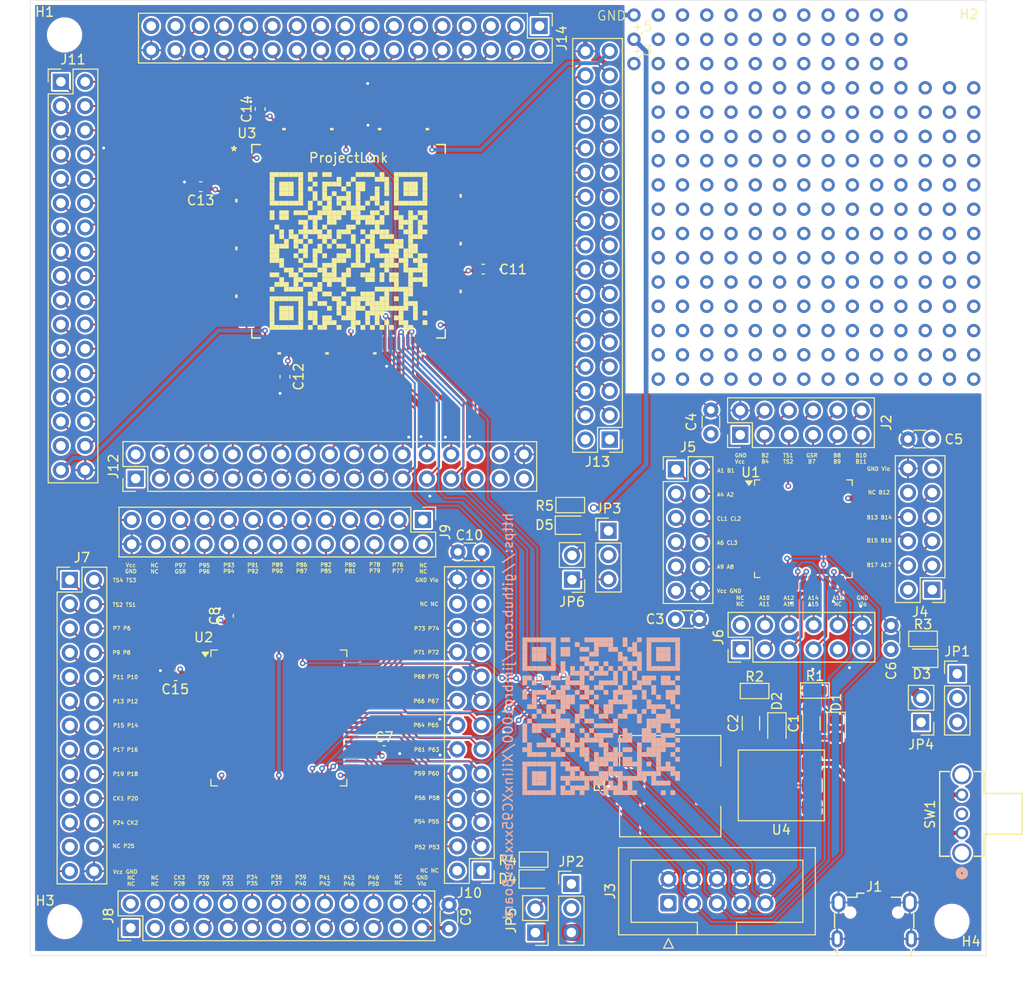
<source format=kicad_pcb>
(kicad_pcb (version 20241229) (generator "pcbnew") (generator_version "9.0")
  (title_block (title "Xilinx CPLD Dev Board for XC95xxXL devices") (date "2025-06-13") (rev "V1.0.0"))
  (layers (0 "F.Cu" signal) (4 "In1.Cu" signal) (6 "In2.Cu" signal) (2 "B.Cu" signal) (13 "F.Paste" user) (15 "B.Paste" user) (5 "F.SilkS" user "F.Silkscreen") (7 "B.SilkS" user "B.Silkscreen") (1 "F.Mask" user) (3 "B.Mask" user) (25 "Edge.Cuts" user))
  (net 0 "")
  (net 1 "GND")
  (net 2 "/TDO")
  (net 3 "/TDI")
  (net 4 "/~{RST}")
  (net 5 "/TMS")
  (net 6 "/TCK")
  (net 7 "/U2VIO")
  (net 8 "/U2VCC")
  (net 9 "/U3VCC")
  (net 10 "/U3P10")
  (net 11 "/U3VIO")
  (net 12 "/U3GTS1")
  (net 13 "/U3P22")
  (net 14 "/U3GTS4")
  (net 15 "/U3P17")
  (net 16 "/U3P4")
  (net 17 "/U3GCK2")
  (net 18 "/U3P7")
  (net 19 "/U3GTS3")
  (net 20 "/U3P31")
  (net 21 "/U3GCK1")
  (net 22 "/U3P33")
  (net 23 "/U3P27")
  (net 24 "/U3P21")
  (net 25 "/U3P14")
  (net 26 "/U3P23")
  (net 27 "/U3P24")
  (net 28 "/U3P9")
  (net 29 "/U3GTS2")
  (net 30 "/U3P34")
  (net 31 "/U3P20")
  (net 32 "/U3P15")
  (net 33 "/U3P19")
  (net 34 "/U3P35")
  (net 35 "/U3P25")
  (net 36 "/U3P28")
  (net 37 "/U3P26")
  (net 38 "/U3P16")
  (net 39 "/U3P11")
  (net 40 "/U3P13")
  (net 41 "/U3P12")
  (net 42 "/U3P69")
  (net 43 "/U3P57")
  (net 45 "/U3P60")
  (net 46 "/U3P68")
  (net 47 "/U3P61")
  (net 48 "/U3P46")
  (net 49 "/U3P59")
  (net 50 "/U3P56")
  (net 51 "/U3P49")
  (net 52 "/U3P70")
  (net 54 "/U3P45")
  (net 55 "/U3P43")
  (net 56 "/U3P58")
  (net 57 "/U3P66")
  (net 58 "/U3P53")
  (net 59 "/U3P51")
  (net 61 "/U3P71")
  (net 62 "/U3P48")
  (net 63 "/U3P40")
  (net 64 "/U3P52")
  (net 65 "/U3P41")
  (net 66 "/U3P64")
  (net 67 "/U3P39")
  (net 68 "/U3P50")
  (net 69 "/U3P44")
  (net 70 "/U3P54")
  (net 71 "/U3P79")
  (net 72 "/U3P93")
  (net 73 "/U3P97")
  (net 74 "/U3P83")
  (net 75 "/U3P92")
  (net 76 "/U3P80")
  (net 77 "/U3P75")
  (net 78 "/U3P76")
  (net 79 "/U3P107")
  (net 80 "/U3P106")
  (net 81 "/U3P85")
  (net 82 "/U3P88")
  (net 83 "/U3P81")
  (net 84 "/U3P102")
  (net 85 "/U3P82")
  (net 86 "/U3P104")
  (net 87 "/U3P87")
  (net 88 "/U3P77")
  (net 89 "/U3P78")
  (net 90 "+3.3V")
  (net 91 "+5V")
  (net 92 "/U1VIO")
  (net 93 "/U1VCC")
  (net 97 "Net-(D1-K)")
  (net 98 "Net-(D2-K)")
  (net 99 "Net-(J1-VBUS)")
  (net 100 "Net-(D2-A)")
  (net 101 "/U1GTS1")
  (net 102 "/U1MB4")
  (net 103 "/U1MB11")
  (net 104 "/U1MB7")
  (net 105 "/U1GTS2")
  (net 106 "/U1MB9")
  (net 107 "/U1MB8")
  (net 108 "/U1MB2")
  (net 109 "/U1GSR")
  (net 110 "/U1MB10")
  (net 111 "/U1M17")
  (net 112 "/U1MB17")
  (net 113 "/U1MB14")
  (net 115 "/U1MB15")
  (net 116 "/U1MB13")
  (net 117 "/U1MB12")
  (net 118 "/U1MB16")
  (net 119 "/U1GCK2")
  (net 120 "/U1M6")
  (net 121 "/U1M1")
  (net 122 "/U1GCK3")
  (net 123 "/U1M4")
  (net 124 "/U1M2")
  (net 125 "/U1M9")
  (net 126 "/U1GCK1")
  (net 127 "/U1M8")
  (net 128 "/U1MB1")
  (net 129 "/U1M12")
  (net 130 "/U1M13")
  (net 131 "/U1M11")
  (net 132 "/U1M10")
  (net 134 "/U1M16")
  (net 135 "/U1M15")
  (net 136 "/U1M14")
  (net 137 "Net-(D3-K)")
  (net 138 "Net-(D4-K)")
  (net 139 "/U2GCK1")
  (net 140 "/U2P24")
  (net 141 "/U2P14")
  (net 142 "/U2P15")
  (net 143 "/U2P11")
  (net 144 "/U2P19")
  (net 145 "/U2GTS3")
  (net 146 "/U2P18")
  (net 147 "/U2P10")
  (net 148 "/U2P17")
  (net 149 "/U2P13")
  (net 150 "/U2GCK2")
  (net 151 "/U2GTS4")
  (net 152 "/U2P7")
  (net 153 "/U2P9")
  (net 154 "/U2P25")
  (net 155 "/U2P8")
  (net 156 "/U2P12")
  (net 157 "/U2P6")
  (net 158 "/U2P16")
  (net 159 "/U2P20")
  (net 160 "/U2GTS2")
  (net 161 "/U2GTS1")
  (net 162 "/U2P29")
  (net 163 "/U2P41")
  (net 164 "/U2GCK3")
  (net 165 "/U2P39")
  (net 166 "/U2P37")
  (net 167 "/U2P42")
  (net 168 "/U2P36")
  (net 169 "/U2P46")
  (net 171 "/U2P32")
  (net 172 "/U2P33")
  (net 173 "/U2P43")
  (net 174 "/U2P50")
  (net 176 "/U2P49")
  (net 177 "/U2P35")
  (net 178 "/U2P28")
  (net 179 "/U2P34")
  (net 180 "/U2P30")
  (net 181 "/U2P40")
  (net 182 "/U2P87")
  (net 183 "/U2P82")
  (net 184 "/U2P77")
  (net 185 "/U2P85")
  (net 186 "/U2P93")
  (net 187 "/U2P80")
  (net 188 "/U2P91")
  (net 189 "/U2P94")
  (net 190 "/U2P86")
  (net 192 "/U2P81")
  (net 193 "/U2P78")
  (net 194 "/U2GSR")
  (net 196 "/U2P97")
  (net 197 "/U2P76")
  (net 198 "/U2P79")
  (net 199 "/U2P96")
  (net 200 "/U2P90")
  (net 201 "/U2P89")
  (net 202 "/U2P95")
  (net 203 "/U2P92")
  (net 204 "/U2P54")
  (net 205 "/U2P70")
  (net 206 "/U2P67")
  (net 207 "/U2P72")
  (net 209 "/U2P52")
  (net 210 "/U2P64")
  (net 212 "/U2P58")
  (net 213 "/U2P66")
  (net 214 "/U2P71")
  (net 215 "/U2P61")
  (net 216 "/U2P74")
  (net 217 "/U2P65")
  (net 218 "/U2P63")
  (net 219 "/U2P53")
  (net 220 "/U2P73")
  (net 221 "/U2P68")
  (net 222 "/U2P56")
  (net 223 "/U2P60")
  (net 224 "/U2P55")
  (net 225 "/U2P59")
  (net 226 "/U3P95")
  (net 227 "/U3P100")
  (net 228 "/U3P94")
  (net 229 "/U3P74")
  (net 230 "/U3P103")
  (net 231 "/U3P96")
  (net 232 "/U3P91")
  (net 233 "/U3P98")
  (net 234 "/U3P105")
  (net 235 "/U3P86")
  (net 236 "/U3P101")
  (net 240 "/U3GCK3")
  (net 241 "Net-(D5-K)")
  (net 242 "/U3P129")
  (net 243 "/U3P113")
  (net 244 "/U3P142")
  (net 245 "/U3P111")
  (net 246 "/U3P115")
  (net 247 "/U3P117")
  (net 248 "/U3P116")
  (net 249 "/U3P139")
  (net 250 "/U3P136")
  (net 251 "/U3GSR")
  (net 252 "/U3P140")
  (net 253 "/U3P131")
  (net 254 "/U3P120")
  (net 255 "/U3P132")
  (net 256 "/U3P134")
  (net 257 "/U3P125")
  (net 258 "/U3P110")
  (net 259 "/U3P138")
  (net 260 "/U3P133")
  (net 261 "/U3P112")
  (net 262 "/U3P137")
  (net 263 "/U3P126")
  (net 264 "/U3P121")
  (net 265 "/U3P130")
  (net 266 "/U3P119")
  (net 267 "/U3P128")
  (net 268 "/U3P118")
  (net 269 "/U3P135")
  (net 270 "/U3P124")
  (footprint "Capacitor_THT:C_Disc_D3.0mm_W1.6mm_P2.50mm" (layer "F.Cu") (at 67.5132 77.1144 180)
    (property "Reference" "C10")
    (property "Value" "10uF")
  )
  (footprint "Capacitor_SMD:C_0603_1608Metric" (layer "F.Cu") (at 40.9956 83.807 90)
    (property "Reference" "C8")
    (property "Value" "10uF")
  )
  (footprint "Package_QFP:LQFP-44_10x10mm_P0.8mm" (layer "F.Cu") (at 101.1699 74.689)
    (property "Reference" "U1")
    (property "Value" "XC9536PC44")
  )
  (footprint "Library:ProjectLink" (layer "F.Cu") (at 53.5686 45.6184)
    (property "Reference" "QR*****")
    (property "Value" "ProjectLink")
  )
  (footprint "Connector_PinHeader_2.54mm:PinHeader_2x13_P2.54mm_Vertical" (layer "F.Cu") (at 24.4028 80.0437)
    (property "Reference" "J7")
    (property "Value" "Conn_02x13_Odd_Even")
  )
  (footprint "Capacitor_SMD:C_0603_1608Metric" (layer "F.Cu") (at 44.323 30.7594 90)
    (property "Reference" "C14")
    (property "Value" "10uF")
  )
  (footprint "Capacitor_THT:C_Disc_D3.0mm_W1.6mm_P2.50mm" (layer "F.Cu") (at 87.7822 84.1739)
    (property "Reference" "C3")
    (property "Value" "10uF")
  )
  (footprint "Package_QFP:TQFP-100_14x14mm_P0.5mm" (layer "F.Cu") (at 46.2788 94.488)
    (property "Reference" "U2")
    (property "Value" "XC95144XL-TQ100")
  )
  (footprint "Capacitor_SMD:C_1206_3216Metric" (layer "F.Cu") (at 102.0064 95.0468 90)
    (property "Reference" "C1")
    (property "Value" "10uF")
  )
  (footprint "Connector_PinHeader_2.54mm:PinHeader_2x13_P2.54mm_Vertical" (layer "F.Cu") (at 67.4812 110.4729 180)
    (property "Reference" "J10")
    (property "Value" "Conn_02x13_Odd_Even")
  )
  (footprint "Connector_PinHeader_2.54mm:PinHeader_2x17_P2.54mm_Vertical" (layer "F.Cu") (at 31.2928 69.4436 90)
    (property "Reference" "J12")
    (property "Value" "U3Bank2")
  )
  (footprint "Connector_PinHeader_2.54mm:PinHeader_2x06_P2.54mm_Vertical" (layer "F.Cu") (at 94.6167 87.3128 90)
    (property "Reference" "J6")
    (property "Value" "Conn_02x06_Odd_Even")
  )
  (footprint "Library:OS102011MA1QN1_CNK" (layer "F.Cu") (at 117.7544 106.5276 90)
    (property "Reference" "SW1")
    (property "Value" "OS102011MA1QN1")
  )
  (footprint "PCM_Resistor_SMD_AKL:R_0603_1608Metric" (layer "F.Cu") (at 102.3874 91.6178 180)
    (property "Reference" "R1")
    (property "Value" "330R" (hide yes))
  )
  (footprint "Connector_PinHeader_2.54mm:PinHeader_2x06_P2.54mm_Vertical" (layer "F.Cu") (at 114.6606 81.0768 180)
    (property "Reference" "J4")
    (property "Value" "Conn_02x06_Odd_Even")
  )
  (footprint "Capacitor_THT:C_Disc_D3.0mm_W1.6mm_P2.50mm" (layer "F.Cu") (at 110.3395 87.3165 90)
    (property "Reference" "C6")
    (property "Value" "10uF")
  )
  (footprint "PCM_Resistor_SMD_AKL:R_0603_1608Metric" (layer "F.Cu") (at 113.6904 86.2076)
    (property "Reference" "R3")
    (property "Value" "330R" (hide yes))
  )
  (footprint "LED_SMD:LED_0805_2012Metric" (layer "F.Cu") (at 113.5634 88.2396 180)
    (property "Reference" "D3")
    (property "Value" "LED")
  )
  (footprint "MountingHole:MountingHole_3.2mm_M3_DIN965" (layer "F.Cu") (at 23.876 115.7986)
    (property "Reference" "H3")
    (property "Value" "MountingHole")
  )
  (footprint "Connector_IDC:IDC-Header_2x05_P2.54mm_Vertical" (layer "F.Cu") (at 87.0458 113.8936 90)
    (property "Reference" "J3")
    (property "Value" "JTAG")
  )
  (footprint "PCM_Resistor_SMD_AKL:R_0603_1608Metric" (layer "F.Cu") (at 76.771 72.2122 180)
    (property "Reference" "R5")
    (property "Value" "330R" (hide yes))
  )
  (footprint "Capacitor_SMD:C_0603_1608Metric" (layer "F.Cu") (at 57.3024 97.917)
    (property "Reference" "C7")
    (property "Value" "10uF")
  )
  (footprint "MountingHole:MountingHole_3.2mm_M3_DIN965" (layer "F.Cu") (at 116.713 115.7732)
    (property "Reference" "H4")
    (property "Value" "MountingHole")
  )
  (footprint "Capacitor_THT:C_Disc_D3.0mm_W1.6mm_P2.50mm" (layer "F.Cu") (at 114.6102 65.3034 180)
    (property "Reference" "C5")
    (property "Value" "10uF")
  )
  (footprint "Connector_PinHeader_2.54mm:PinHeader_2x17_P2.54mm_Vertical" (layer "F.Cu") (at 23.4696 27.9146)
    (property "Reference" "J11")
    (property "Value" "U3Bank1")
  )
  (footprint "Connector_PinHeader_2.54mm:PinHeader_2x06_P2.54mm_Vertical" (layer "F.Cu") (at 94.5659 64.8592 90)
    (property "Reference" "J2")
    (property "Value" "Conn_02x06_Odd_Even")
  )
  (footprint "PCM_Resistor_SMD_AKL:R_0603_1608Metric" (layer "F.Cu") (at 96.0628 91.6686)
    (property "Reference" "R2")
    (property "Value" "330R" (hide yes))
  )
  (footprint "Capacitor_SMD:C_0603_1608Metric" (layer "F.Cu") (at 46.9138 58.7756 -90)
    (property "Reference" "C12")
    (property "Value" "10uF")
  )
  (footprint "Connector_PinHeader_2.54mm:PinHeader_1x03_P2.54mm_Vertical" (layer "F.Cu") (at 76.8858 111.8616)
    (property "Reference" "JP2")
    (property "Value" "Jumper_3_Open")
  )
  (footprint "Connector_PinHeader_2.54mm:PinHeader_2x06_P2.54mm_Vertical" (layer "F.Cu") (at 87.8332 68.4784)
    (property "Reference" "J5")
    (property "Value" "Conn_02x06_Odd_Even")
  )
  (footprint "Capacitor_SMD:C_0603_1608Metric" (layer "F.Cu") (at 67.6656 47.5234)
    (property "Reference" "C11")
    (property "Value" "10uF")
  )
  (footprint "Connector_PinHeader_2.54mm:PinHeader_1x02_P2.54mm_Vertical" (layer "F.Cu") (at 113.4872 94.9452 180)
    (property "Reference" "JP4")
    (property "Value" "Jumper_2_Open")
  )
  (footprint "MountingHole:MountingHole_3.2mm_M3_DIN965" (layer "F.Cu") (at 23.8506 23.0124)
    (property "Reference" "H1")
    (property "Value" "MountingHole")
  )
  (footprint "Connector_PinHeader_2.54mm:PinHeader_2x17_P2.54mm_Vertical" (layer "F.Cu") (at 73.5584 22.0726 -90)
    (property "Reference" "J14")
    (property "Value" "U3Bank4")
  )
  (footprint "LED_SMD:LED_0805_2012Metric" (layer "F.Cu") (at 76.8858 74.3204)
    (property "Reference" "D5")
    (property "Value" "LED")
  )
  (footprint "Capacitor_THT:C_Disc_D3.0mm_W1.6mm_P2.50mm" (layer "F.Cu") (at 64.0842 116.5406 90)
    (property "Reference" "C9")
    (property "Value" "10uF")
  )
  (footprint "Connector_PinHeader_2.54mm:PinHeader_2x13_P2.54mm_Vertical" (layer "F.Cu") (at 61.3598 73.7699 -90)
    (property "Reference" "J9")
    (property "Value" "Conn_02x13_Odd_Even")
  )
  (footprint "Inductor_SMD:L_10.4x10.4_H4.8" (layer "F.Cu") (at 87.2334 101.6254 180)
    (property "Reference" "L1")
    (property "Value" "470")
  )
  (footprint "Capacitor_SMD:C_0603_1608Metric" (layer "F.Cu") (at 35.4838 90.0684 180)
    (property "Reference" "C15")
    (property "Value" "10uF")
  )
  (footprint "Library:144-TQFP_XIL" (layer "F.Cu") (at 53.5686 44.6024)
    (property "Reference" "U3")
    (property "Value" "XC95288XL-10TQG144C")
  )
  (footprint "Capacitor_THT:C_Disc_D3.0mm_W1.6mm_P2.50mm" (layer "F.Cu") (at 91.4927 64.7613 90)
    (property "Reference" "C4")
    (property "Value" "10uF")
  )
  (footprint "Capacitor_SMD:C_1206_3216Metric" (layer "F.Cu") (at 95.6818 95.0468 90)
    (property "Reference" "C2")
    (property "Value" "10uF")
  )
  (footprint "LED_SMD:LED_0805_2012Metric" (layer "F.Cu") (at 104.5972 95.5802 -90)
    (property "Reference" "D1")
    (property "Value" "LED")
  )
  (footprint "PCM_Resistor_SMD_AKL:R_0603_1608Metric" (layer "F.Cu") (at 72.9366 109.3116 180)
    (property "Reference" "R4")
    (property "Value" "330R" (hide yes))
  )
  (footprint "Connector_PinHeader_2.54mm:PinHeader_1x02_P2.54mm_Vertical" (layer "F.Cu") (at 73.1266 116.957 180)
    (property "Reference" "JP5")
    (property "Value" "Jumper_2_Open")
  )
  (footprint "Connector_PinHeader_2.54mm:PinHeader_1x03_P2.54mm_Vertical" (layer "F.Cu") (at 117.2718 89.8652)
    (property "Reference" "JP1")
    (property "Value" "Jumper_3_Open")
  )
  (footprint "Capacitor_SMD:C_0603_1608Metric" (layer "F.Cu") (at 38.1 38.8874 180)
    (property "Reference" "C13")
    (property "Value" "10uF")
  )
  (footprint "Library:ProtoSpace" (layer "F.Cu") (at 106.299 43.7896)
    (property "Reference" "P1" (hide yes))
    (property "Value" "~")
  )
  (footprint "Connector_PinHeader_2.54mm:PinHeader_2x17_P2.54mm_Vertical" (layer "F.Cu") (at 80.899 65.3542 180)
    (property "Reference" "J13")
    (property "Value" "U3Bank3")
  )
  (footprint "Connector_USB:USB_Micro-B_Wuerth_629105150521" (layer "F.Cu") (at 108.58 115.6532)
    (property "Reference" "J1")
    (property "Value" "USB_B_Micro")
  )
  (footprint "Connector_PinHeader_2.54mm:PinHeader_1x02_P2.54mm_Vertical" (layer "F.Cu") (at 76.962 80.01 180)
    (property "Reference" "JP6")
    (property "Value" "Jumper_2_Open")
  )
  (footprint "MountingHole:MountingHole_3.2mm_M3_DIN965" (layer "F.Cu") (at 116.6876 22.987)
    (property "Reference" "H2")
    (property "Value" "MountingHole")
  )
  (footprint "Connector_PinHeader_2.54mm:PinHeader_2x13_P2.54mm_Vertical" (layer "F.Cu") (at 30.7782 116.4673 90)
    (property "Reference" "J8")
    (property "Value" "Conn_02x13_Odd_Even")
  )
  (footprint "Connector_PinHeader_2.54mm:PinHeader_1x03_P2.54mm_Vertical" (layer "F.Cu") (at 80.772 74.9046)
    (property "Reference" "JP3")
    (property "Value" "Jumper_3_Open")
  )
  (footprint "LED_SMD:LED_0805_2012Metric" (layer "F.Cu") (at 73.1012 111.3436)
    (property "Reference" "D4")
    (property "Value" "LED")
  )
  (footprint "LED_SMD:LED_0805_2012Metric" (layer "F.Cu") (at 98.3996 95.631 -90)
    (property "Reference" "D2")
    (property "Value" "LED")
  )
  (footprint "PCM_Package_TO_SOT_SMD_AKL:SOT-223-3_TabPin2" (layer "F.Cu") (at 98.8568 101.5492 180)
    (property "Reference" "U4")
    (property "Value" "LDI1117-3.3H" (hide yes))
  )
  (footprint "Library:ProjectLink" (layer "B.Cu") (at 80.01 94.3102 -90)
    (property "Reference" "QR*****")
    (property "Value" "https://github.com/jimbro1000/XilinxXC95xxxDevBoard")
  )
  (gr_line (start 83.9978 25.4254) (end 84.2264 25.0444) (stroke (width 0.1)) (layer "F.SilkS"))
  (gr_line (start 84.0994 23.0124) (end 84.3788 22.6568) (stroke (width 0.1)) (layer "F.SilkS"))
  (gr_rect (start 20.2818 19.3802) (end 120.2818 119.3802) (stroke (width 0.05)) (fill no) (layer "Edge.Cuts"))
  (gr_text "A6 CL3" (at 92.075 76.39304 0) (layer "F.SilkS") (effects (font (size 0.4 0.4) (thickness 0.08) (bold yes)) (justify left bottom)))
  (gr_text "GND Vio" (at 107.7722 68.6562 0) (layer "F.SilkS") (effects (font (size 0.4 0.4) (thickness 0.08) (bold yes)) (justify left bottom)))
  (gr_text "NC\nNC" (at 94.0816 82.804 0) (layer "F.SilkS") (effects (font (size 0.4 0.4) (thickness 0.08) (bold yes)) (justify left bottom)))
  (gr_text "GND\nVcc" (at 93.9546 67.8942 0) (layer "F.SilkS") (effects (font (size 0.4 0.4) (thickness 0.08) (bold yes)) (justify left bottom)))
  (gr_text "P80\nP81" (at 53.7464 79.3496 0) (layer "F.SilkS") (effects (font (size 0.4 0.4) (thickness 0.08) (bold yes)) (justify bottom)))
  (gr_text "A9 A8" (at 92.075 78.91272 0) (layer "F.SilkS") (effects (font (size 0.4 0.4) (thickness 0.08) (bold yes)) (justify left bottom)))
  (gr_text "B8\nB9" (at 104.6988 67.8942 0) (layer "F.SilkS") (effects (font (size 0.4 0.4) (thickness 0.08) (bold yes)) (justify bottom)))
  (gr_text "B2\nB4" (at 96.7232 67.8942 0) (layer "F.SilkS") (effects (font (size 0.4 0.4) (thickness 0.08) (bold yes)) (justify left bottom)))
  (gr_text "NC\nNC" (at 33.274 79.4004 0) (layer "F.SilkS") (effects (font (size 0.4 0.4) (thickness 0.08) (bold yes)) (justify bottom)))
  (gr_text "P41\nP42" (at 51.0794 112.0648 0) (layer "F.SilkS") (effects (font (size 0.4 0.4) (thickness 0.08) (bold yes)) (justify bottom)))
  (gr_text "A10\nA11" (at 96.492599 82.804 0) (layer "F.SilkS") (effects (font (size 0.4 0.4) (thickness 0.08) (bold yes)) (justify left bottom)))
  (gr_text "P64 P65" (at 60.325 95.4786 0) (layer "F.SilkS") (effects (font (size 0.4 0.4) (thickness 0.08) (bold yes)) (justify left bottom)))
  (gr_text "P73 P74" (at 60.3758 85.3694 0) (layer "F.SilkS") (effects (font (size 0.4 0.4) (thickness 0.08) (bold yes)) (justify left bottom)))
  (gr_text "P68 P70" (at 60.3504 90.3986 0) (layer "F.SilkS") (effects (font (size 0.4 0.4) (thickness 0.08) (bold yes)) (justify left bottom)))
  (gr_text "P11 P10" (at 28.8544 90.4494 0) (layer "F.SilkS") (effects (font (size 0.4 0.4) (thickness 0.08) (bold yes)) (justify left bottom)))
  (gr_text "P7 P6" (at 28.8544 85.344 0) (layer "F.SilkS") (effects (font (size 0.4 0.4) (thickness 0.08) (bold yes)) (justify left bottom)))
  (gr_text "P56 P58" (at 60.4266 103.0986 0) (layer "F.SilkS") (effects (font (size 0.4 0.4) (thickness 0.08) (bold yes)) (justify left bottom)))
  (gr_text "P76\nP77" (at 58.7248 79.3496 0) (layer "F.SilkS") (effects (font (size 0.4 0.4) (thickness 0.08) (bold yes)) (justify bottom)))
  (gr_text "P13 P12" (at 28.8544 92.9894 0) (layer "F.SilkS") (effects (font (size 0.4 0.4) (thickness 0.08) (bold yes)) (justify left bottom)))
  (gr_text "P19 P18" (at 28.8544 100.584 0) (layer "F.SilkS") (effects (font (size 0.4 0.4) (thickness 0.08) (bold yes)) (justify left bottom)))
  (gr_text "GND" (at 79.502 21.59 0) (layer "F.SilkS") (effects (font (size 1 1) (thickness 0.1)) (justify left bottom)))
  (gr_text "P32\nP33" (at 40.9448 112.0648 0) (layer "F.SilkS") (effects (font (size 0.4 0.4) (thickness 0.08) (bold yes)) (justify bottom)))
  (gr_text "+3" (at 83.1088 25.2222 0) (layer "F.SilkS") (effects (font (size 1 1) (thickness 0.1)) (justify left bottom)))
  (gr_text "NC\nNC" (at 61.3918 79.4004 0) (layer "F.SilkS") (effects (font (size 0.4 0.4) (thickness 0.08) (bold yes)) (justify bottom)))
  (gr_text "TS4 TS3" (at 28.8544 80.3148 0) (layer "F.SilkS") (effects (font (size 0.4 0.4) (thickness 0.08) (bold yes)) (justify left bottom)))
  (gr_text "CK3\nP28" (at 35.8648 112.0648 0) (layer "F.SilkS") (effects (font (size 0.4 0.4) (thickness 0.08) (bold yes)) (justify bottom)))
  (gr_text "P61 P63" (at 60.3758 98.044 0) (layer "F.SilkS") (effects (font (size 0.4 0.4) (thickness 0.08) (bold yes)) (justify left bottom)))
  (gr_text "P39\nP40" (at 48.5648 112.0394 0) (layer "F.SilkS") (effects (font (size 0.4 0.4) (thickness 0.08) (bold yes)) (justify bottom)))
  (gr_text "A4 A2" (at 92.075 71.35368 0) (layer "F.SilkS") (effects (font (size 0.4 0.4) (thickness 0.08) (bold yes)) (justify left bottom)))
  (gr_text "P49\nP50" (at 56.1848 112.0902 0) (layer "F.SilkS") (effects (font (size 0.4 0.4) (thickness 0.08) (bold yes)) (justify bottom)))
  (gr_text "+5" (at 83.1088 22.6822 0) (layer "F.SilkS") (effects (font (size 1 1) (thickness 0.1)) (justify left bottom)))
  (gr_text "P36\nP37" (at 46.0248 112.0394 0) (layer "F.SilkS") (effects (font (size 0.4 0.4) (thickness 0.08) (bold yes)) (justify bottom)))
  (gr_text "P29\nP30" (at 38.4048 112.0648 0) (layer "F.SilkS") (effects (font (size 0.4 0.4) (thickness 0.08) (bold yes)) (justify bottom)))
  (gr_text "NC\nNC" (at 33.2994 112.0902 0) (layer "F.SilkS") (effects (font (size 0.4 0.4) (thickness 0.08) (bold yes)) (justify bottom)))
  (gr_text "P89\nP90" (at 46.1264 79.3496 0) (layer "F.SilkS") (effects (font (size 0.4 0.4) (thickness 0.08) (bold yes)) (justify bottom)))
  (gr_text "CK1 P20" (at 28.8544 103.1494 0) (layer "F.SilkS") (effects (font (size 0.4 0.4) (thickness 0.08) (bold yes)) (justify left bottom)))
  (gr_text "Vcc GND" (at 28.8798 110.8202 0) (layer "F.SilkS") (effects (font (size 0.4 0.4) (thickness 0.08) (bold yes)) (justify left bottom)))
  (gr_text "P59 P60" (at 60.3758 100.5332 0) (layer "F.SilkS") (effects (font (size 0.4 0.4) (thickness 0.08) (bold yes)) (justify left bottom)))
  (gr_text "P95\nP96" (at 38.481 79.4004 0) (layer "F.SilkS") (effects (font (size 0.4 0.4) (thickness 0.08) (bold yes)) (justify bottom)))
  (gr_text "B10\nB11" (at 107.2134 67.8942 0) (layer "F.SilkS") (effects (font (size 0.4 0.4) (thickness 0.08) (bold yes)) (justify bottom)))
  (gr_text "P71 P72" (at 60.3504 87.8586 0) (layer "F.SilkS") (effects (font (size 0.4 0.4) (thickness 0.08) (bold yes)) (justify left bottom)))
  (gr_text "NC NC" (at 60.9854 82.804 0) (layer "F.SilkS") (effects (font (size 0.4 0.4) (thickness 0.08) (bold yes)) (justify left bottom)))
  (gr_text "P82\nP85" (at 51.2064 79.3496 0) (layer "F.SilkS") (effects (font (size 0.4 0.4) (thickness 0.08) (bold yes)) (justify bottom)))
  (gr_text "A16\nNC" (at 104.786545 82.804 0) (layer "F.SilkS") (effects (font (size 0.4 0.4) (thickness 0.08) (bold yes)) (justify bottom)))
  (gr_text "P17 P16" (at 28.8544 98.044 0) (layer "F.SilkS") (effects (font (size 0.4 0.4) (thickness 0.08) (bold yes)) (justify left bottom)))
  (gr_text "NC\nNC" (at 30.8102 112.0902 0) (layer "F.SilkS") (effects (font (size 0.4 0.4) (thickness 0.08) (bold yes)) (justify bottom)))
  (gr_text "B15 B16" (at 107.7468 76.1492 0) (layer "F.SilkS") (effects (font (size 0.4 0.4) (thickness 0.08) (bold yes)) (justify left bottom)))
  (gr_text "P15 P14" (at 28.8798 95.504 0) (layer "F.SilkS") (effects (font (size 0.4 0.4) (thickness 0.08) (bold yes)) (justify left bottom)))
  (gr_text "P9 P8" (at 28.829 87.884 0) (layer "F.SilkS") (effects (font (size 0.4 0.4) (thickness 0.08) (bold yes)) (justify left bottom)))
  (gr_text "NC B12" (at 107.8738 71.12 0) (layer "F.SilkS") (effects (font (size 0.4 0.4) (thickness 0.08) (bold yes)) (justify left bottom)))
  (gr_text "B13 B14" (at 107.7468 73.7362 0) (layer "F.SilkS") (effects (font (size 0.4 0.4) (thickness 0.08) (bold yes)) (justify left bottom)))
  (gr_text "A12\nA13" (at 99.046454 82.804 0) (layer "F.SilkS") (effects (font (size 0.4 0.4) (thickness 0.08) (bold yes)) (justify left bottom)))
  (gr_text "NC NC" (at 61.0108 110.6932 0) (layer "F.SilkS") (effects (font (size 0.4 0.4) (thickness 0.08) (bold yes)) (justify left bottom)))
  (gr_text "P86\nP87" (at 48.6664 79.3496 0) (layer "F.SilkS") (effects (font (size 0.4 0.4) (thickness 0.08) (bold yes)) (justify bottom)))
  (gr_text "Vcc GND" (at 92.075 81.4324 0) (layer "F.SilkS") (effects (font (size 0.4 0.4) (thickness 0.08) (bold yes)) (justify left bottom)))
  (gr_text "TS1\nTS2" (at 98.9838 67.8942 0) (layer "F.SilkS") (effects (font (size 0.4 0.4) (thickness 0.08) (bold yes)) (justify left bottom)))
  (gr_text "NC\nNC" (at 58.7756 111.9886 0) (layer "F.SilkS") (effects (font (size 0.4 0.4) (thickness 0.08) (bold yes)) (justify bottom)))
  (gr_text "TS2 TS1" (at 30.099 82.8802 0) (layer "F.SilkS") (effects (font (size 0.4 0.4) (thickness 0.08) (bold yes)) (justify bottom)))
  (gr_text "P97\nGSR" (at 35.9664 79.4004 0) (layer "F.SilkS") (effects (font (size 0.4 0.4) (thickness 0.08) (bold yes)) (justify bottom)))
  (gr_text "P52 P53" (at 60.4266 108.2548 0) (layer "F.SilkS") (effects (font (size 0.4 0.4) (thickness 0.08) (bold yes)) (justify left bottom)))
  (gr_text "NC P25" (at 28.829 108.1278 0) (layer "F.SilkS") (effects (font (size 0.4 0.4) (thickness 0.08) (bold yes)) (justify left bottom)))
  (gr_text "P93\nP94" (at 41.0464 79.375 0) (layer "F.SilkS") (effects (font (size 0.4 0.4) (thickness 0.08) (bold yes)) (justify bottom)))
  (gr_text "P43\nP46" (at 53.6194 112.0902 0) (layer "F.SilkS") (effects (font (size 0.4 0.4) (thickness 0.08) (bold yes)) (justify bottom)))
  (gr_text "P91\nP92" (at 43.561 79.375 0) (layer "F.SilkS") (effects (font (size 0.4 0.4) (thickness 0.08) (bold yes)) (justify bottom)))
  (gr_text "GND\nVio" (at 107.3404 82.804 0) (layer "F.SilkS") (effects (font (size 0.4 0.4) (thickness 0.08) (bold yes)) (justify bottom)))
  (gr_text "GND\nVio\n" (at 61.2648 112.0648 0) (layer "F.SilkS") (effects (font (size 0.4 0.4) (thickness 0.08) (bold yes)) (justify bottom)))
  (gr_text "P66 P67" (at 60.325 92.964 0) (layer "F.SilkS") (effects (font (size 0.4 0.4) (thickness 0.08) (bold yes)) (justify left bottom)))
  (gr_text "CL1 CL2" (at 92.075 73.87336 0) (layer "F.SilkS") (effects (font (size 0.4 0.4) (thickness 0.08) (bold yes)) (justify left bottom)))
  (gr_text "P34\nP35" (at 43.4848 112.0394 0) (layer "F.SilkS") (effects (font (size 0.4 0.4) (thickness 0.08) (bold yes)) (justify bottom)))
  (gr_text "GSR\nB7" (at 102.0572 67.8942 0) (layer "F.SilkS") (effects (font (size 0.4 0.4) (thickness 0.08) (bold yes)) (justify bottom)))
  (gr_text "A1 B1" (at 92.1004 68.834 0) (layer "F.SilkS") (effects (font (size 0.4 0.4) (thickness 0.08) (bold yes)) (justify left bottom)))
  (gr_text "B17 A17" (at 107.7468 78.7146 0) (layer "F.SilkS") (effects (font (size 0.4 0.4) (thickness 0.08) (bold yes)) (justify left bottom)))
  (gr_text "P24 CK2" (at 28.8544 105.6894 0) (layer "F.SilkS") (effects (font (size 0.4 0.4) (thickness 0.08) (bold yes)) (justify left bottom)))
  (gr_text "GND Vio" (at 60.5028 80.2894 0) (layer "F.SilkS") (effects (font (size 0.4 0.4) (thickness 0.08) (bold yes)) (justify left bottom)))
  (gr_text "A14\nA15" (at 101.60031 82.804 0) (layer "F.SilkS") (effects (font (size 0.4 0.4) (thickness 0.08) (bold yes)) (justify left bottom)))
  (gr_text "P78\nP79" (at 56.3118 79.3242 0) (layer "F.SilkS") (effects (font (size 0.4 0.4) (thickness 0.08) (bold yes)) (justify bottom)))
  (gr_text "P54 P55" (at 60.3758 105.5624 0) (layer "F.SilkS") (effects (font (size 0.4 0.4) (thickness 0.08) (bold yes)) (justify left bottom)))
  (gr_text "Vcc\nGND" (at 30.7848 79.375 0) (layer "F.SilkS") (effects (font (size 0.4 0.4) (thickness 0.08) (bold yes)) (justify bottom)))
  (segment (start 69.469 47.5234) (end 69.4944 47.5488) (width 0.2) (layer "F.Cu") (net 1))
  (segment (start 44.3738 29.9844) (end 43.3454 29.9844) (width 0.2) (layer "F.Cu") (net 1))
  (segment (start 46.9138 59.5506) (end 46.9138 60.0202) (width 0.2) (layer "F.Cu") (net 1))
  (segment (start 58.6232 97.917) (end 58.928 98.2218) (width 0.2) (layer "F.Cu") (net 1))
  (segment (start 40.1072 83.032) (end 40.0812 83.058) (width 0.2) (layer "F.Cu") (net 1))
  (segment (start 37.325 38.8874) (end 36.8808 38.8874) (width 0.2) (layer "F.Cu") (net 1))
  (segment (start 34.7088 90.0684) (end 34.417 90.0684) (width 0.2) (layer "F.Cu") (net 1))
  (segment (start 68.4406 47.5234) (end 69.469 47.5234) (width 0.2) (layer "F.Cu") (net 1))
  (segment (start 46.9138 60.0202) (end 46.4058 60.5282) (width 0.2) (layer "F.Cu") (net 1))
  (segment (start 58.0774 97.917) (end 58.6232 97.917) (width 0.2) (layer "F.Cu") (net 1))
  (segment (start 43.3454 29.9844) (end 43.3324 29.9974) (width 0.2) (layer "F.Cu") (net 1))
  (segment (start 34.417 90.0684) (end 33.8836 89.535) (width 0.2) (layer "F.Cu") (net 1))
  (segment (start 36.8808 38.8874) (end 36.3982 38.4048) (width 0.2) (layer "F.Cu") (net 1))
  (segment (start 40.9956 83.032) (end 40.1072 83.032) (width 0.2) (layer "F.Cu") (net 1))
  (via (at 57.5564 57.6834) (size 0.6) (drill 0.3) (layers "F.Cu" "B.Cu") (net 1))
  (via (at 69.7992 95.9612) (size 0.6) (drill 0.3) (layers "F.Cu" "B.Cu") (net 1))
  (via (at 27.94 34.8488) (size 0.6) (drill 0.3) (layers "F.Cu" "B.Cu") (net 1))
  (via (at 40.0812 83.058) (size 0.6) (drill 0.3) (layers "F.Cu" "B.Cu") (net 1))
  (via (at 99.8728 82.4738) (size 0.6) (drill 0.3) (layers "F.Cu" "B.Cu") (net 1))
  (via (at 33.8836 89.535) (size 0.6) (drill 0.3) (layers "F.Cu" "B.Cu") (net 1))
  (via (at 107.1626 82.804) (size 0.6) (drill 0.3) (layers "F.Cu" "B.Cu") (net 1))
  (via (at 105.9942 89.2302) (size 0.6) (drill 0.3) (layers "F.Cu" "B.Cu") (net 1))
  (via (at 104.2924 82.296) (size 0.6) (drill 0.3) (layers "F.Cu" "B.Cu") (net 1))
  (via (at 58.928 98.2218) (size 0.6) (drill 0.3) (layers "F.Cu" "B.Cu") (net 1))
  (via (at 43.3324 29.9974) (size 0.6) (drill 0.3) (layers "F.Cu" "B.Cu") (net 1))
  (via (at 102.1588 89.3826) (size 0.6) (drill 0.3) (layers "F.Cu" "B.Cu") (net 1))
  (via (at 63.1444 98.3742) (size 0.6) (drill 0.3) (layers "F.Cu" "B.Cu") (net 1))
  (via (at 46.4058 60.5282) (size 0.6) (drill 0.3) (layers "F.Cu" "B.Cu") (net 1))
  (via (at 101.8286 82.677) (size 0.6) (drill 0.3) (layers "F.Cu" "B.Cu") (net 1))
  (via (at 69.2912 94.3864) (size 0.6) (drill 0.3) (layers "F.Cu" "B.Cu") (net 1))
  (via (at 59.8678 65.1002) (size 0.6) (drill 0.3) (layers "F.Cu" "B.Cu") (net 1))
  (via (at 55.5752 28.0924) (size 0.6) (drill 0.3) (layers "F.Cu" "B.Cu") (net 1))
  (via (at 69.4944 47.5488) (size 0.6) (drill 0.3) (layers "F.Cu" "B.Cu") (net 1))
  (via (at 61.1632 65.0494) (size 0.6) (drill 0.3) (layers "F.Cu" "B.Cu") (net 1))
  (via (at 66.2432 65.0494) (size 0.6) (drill 0.3) (layers "F.Cu" "B.Cu") (net 1))
  (via (at 36.3982 38.4048) (size 0.6) (drill 0.3) (layers "F.Cu" "B.Cu") (net 1))
  (via (at 55.6006 32.4612) (size 0.6) (drill 0.3) (layers "F.Cu" "B.Cu") (net 1))
  (via (at 63.119 94.615) (size 0.6) (drill 0.3) (layers "F.Cu" "B.Cu") (net 1))
  (via (at 62.0776 71.2724) (size 0.6) (drill 0.3) (layers "F.Cu" "B.Cu") (net 1))
  (via (at 63.7032 65.1002) (size 0.6) (drill 0.3) (layers "F.Cu" "B.Cu") (net 1))
  (segment (start 80.2386 20.9296) (end 83.439 20.9296) (width 0.5) (layer "B.Cu") (net 1))
  (segment (start 78.359 24.7142) (end 78.359 22.8092) (width 0.5) (layer "B.Cu") (net 1))
  (segment (start 78.359 22.8092) (end 80.2386 20.9296) (width 0.5) (layer "B.Cu") (net 1))
  (segment (start 103.2764 75.907501) (end 106.094901 73.089) (width 0.2) (layer "F.Cu") (net 2))
  (segment (start 71.12 90.3478) (end 69.6818 90.3478) (width 0.2) (layer "F.Cu") (net 2))
  (segment (start 103.2764 78.4098) (end 103.2764 75.907501) (width 0.2) (layer "F.Cu") (net 2))
  (segment (start 48.768 88.773) (end 48.768 86.8363) (width 0.2) (layer "F.Cu") (net 2))
  (segment (start 106.094901 73.089) (end 106.8324 73.089) (width 0.2) (layer "F.Cu") (net 2))
  (segment (start 55.8292 35.8902) (end 55.8292 33.938649) (width 0.2) (layer "F.Cu") (net 2))
  (segment (start 69.6818 90.3478) (end 69.6564 90.3224) (width 0.2) (layer "F.Cu") (net 2))
  (segment (start 55.8292 33.938649) (end 55.818601 33.92805) (width 0.2) (layer "F.Cu") (net 2))
  (segment (start 48.768 86.8363) (end 48.7788 86.8255) (width 0.2) (layer "F.Cu") (net 2))
  (via (at 69.6564 90.3224) (size 0.6) (drill 0.3) (layers "F.Cu" "B.Cu") (net 2))
  (via (at 71.12 90.3478) (size 0.6) (drill 0.3) (layers "F.Cu" "B.Cu") (net 2))
  (via (at 55.8292 35.8902) (size 0.6) (drill 0.3) (layers "F.Cu" "B.Cu") (net 2))
  (via (at 48.768 88.773) (size 0.6) (drill 0.3) (layers "F.Cu" "B.Cu") (net 2))
  (via (at 103.2764 78.4098) (size 0.6) (drill 0.3) (layers "F.Cu" "B.Cu") (net 2))
  (segment (start 93.6778 115.4456) (end 97.84866 115.4456) (width 0.2) (layer "B.Cu") (net 2))
  (segment (start 90.8304 112.5982) (end 90.8304 110.0836) (width 0.2) (layer "B.Cu") (net 2))
  (segment (start 62.992 60.6298) (end 62.992 70.739) (width 0.2) (layer "B.Cu") (net 2))
  (segment (start 106.0958 82.377557) (end 103.2764 79.558157) (width 0.2) (layer "B.Cu") (net 2))
  (segment (start 48.768 88.773) (end 48.9118 88.773) (width 0.2) (layer "B.Cu") (net 2))
  (segment (start 106.0958 88.0618) (end 106.0958 82.377557) (width 0.2) (layer "B.Cu") (net 2))
  (segment (start 62.992 70.739) (end 63.7286 71.4756) (width 0.2) (layer "B.Cu") (net 2))
  (segment (start 103.8352 109.45906) (end 103.8352 90.3224) (width 0.2) (layer "B.Cu") (net 2))
  (segment (start 58.4708 38.3286) (end 58.4708 56.1086) (width 0.2) (layer "B.Cu") (net 2))
  (segment (start 92.1258 113.8936) (end 90.8304 112.5982) (width 0.2) (layer "B.Cu") (net 2))
  (segment (start 58.4708 56.1086) (end 62.992 60.6298) (width 0.2) (layer "B.Cu") (net 2))
  (segment (start 92.1258 113.8936) (end 93.6778 115.4456) (width 0.2) (layer "B.Cu") (net 2))
  (segment (start 68.0979 88.7639) (end 69.6564 90.3224) (width 0.2) (layer "B.Cu") (net 2))
  (segment (start 48.9118 88.773) (end 48.9209 88.7639) (width 0.2) (layer "B.Cu") (net 2))
  (segment (start 90.8304 110.0836) (end 71.12 90.3732) (width 0.2) (layer "B.Cu") (net 2))
  (segment (start 63.7286 71.4756) (end 65.659 71.4756) (width 0.2) (layer "B.Cu") (net 2))
  (segment (start 97.84866 115.4456) (end 103.8352 109.45906) (width 0.2) (layer "B.Cu") (net 2))
  (segment (start 55.8292 35.8902) (end 56.0324 35.8902) (width 0.2) (layer "B.Cu") (net 2))
  (segment (start 103.2764 79.558157) (end 103.2764 78.4098) (width 0.2) (layer "B.Cu") (net 2))
  (segment (start 65.659 71.4756) (end 71.12 76.9366) (width 0.2) (layer "B.Cu") (net 2))
  (segment (start 103.8352 90.3224) (end 106.0958 88.0618) (width 0.2) (layer "B.Cu") (net 2))
  (segment (start 71.12 90.3732) (end 71.12 90.3478) (width 0.2) (layer "B.Cu") (net 2))
  (segment (start 48.9209 88.7639) (end 68.0979 88.7639) (width 0.2) (layer "B.Cu") (net 2))
  (segment (start 56.0324 35.8902) (end 58.4708 38.3286) (width 0.2) (layer "B.Cu") (net 2))
  (segment (start 71.12 76.9366) (end 71.12 90.3478) (width 0.2) (layer "B.Cu") (net 2))
  (segment (start 57.5564 52.4256) (end 57.818599 52.687799) (width 0.2) (layer "F.Cu") (net 3))
  (segment (start 57.4548 52.4256) (end 57.5564 52.4256) (width 0.2) (layer "F.Cu") (net 3))
  (segment (start 49.784 99.7712) (end 49.784 99.8974) (width 0.2) (layer "F.Cu") (net 3))
  (segment (start 49.7788 99.9026) (end 49.7788 102.1505) (width 0.2) (layer "F.Cu") (net 3))
  (segment (start 57.818599 52.687799) (end 57.818599 55.27675) (width 0.2) (layer "F.Cu") (net 3))
  (segment (start 99.5426 77.8764) (end 99.5426 80.3242) (width 0.2) (layer "F.Cu") (net 3))
  (segment (start 49.784 99.8974) (end 49.7788 99.9026) (width 0.2) (layer "F.Cu") (net 3))
  (segment (start 99.4664 77.8002) (end 99.5426 77.8764) (width 0.2) (layer "F.Cu") (net 3))
  (segment (start 99.5426 80.3242) (end 99.5699 80.3515) (width 0.2) (layer "F.Cu") (net 3))
  (via (at 99.4664 77.8002) (size 0.6) (drill 0.3) (layers "F.Cu" "B.Cu") (net 3))
  (via (at 57.4548 52.4256) (size 0.6) (drill 0.3) (layers "F.Cu" "B.Cu") (net 3))
  (via (at 49.784 99.7712) (size 0.6) (drill 0.3) (layers "F.Cu" "B.Cu") (net 3))
  (segment (start 70.2564 92.4306) (end 88.3158 110.49) (width 0.2) (layer "B.Cu") (net 3))
  (segment (start 57.4548 52.451) (end 57.4548 56.388) (width 0.2) (layer "B.Cu") (net 3))
  (segment (start 88.3158 110.49) (end 88.3158 112.6236) (width 0.2) (layer "B.Cu") (net 3))
  (segment (start 57.4802 52.4256) (end 57.4548 52.451) (width 0.2) (layer "B.Cu") (net 3))
  (segment (start 70.2564 77.4446) (end 70.2564 92.4306) (width 0.2) (layer "B.Cu") (net 3))
  (segment (start 109.0676 83.046257) (end 109.0676 87.9856) (width 0.2) (layer "B.Cu") (net 3))
  (segment (start 49.784 99.7712) (end 49.8698 99.7712) (width 0.2) (layer "B.Cu") (net 3))
  (segment (start 103.821543 77.8002) (end 109.0676 83.046257) (width 0.2) (layer "B.Cu") (net 3))
  (segment (start 49.8698 99.7712) (end 55.7372 93.9038) (width 0.2) (layer "B.Cu") (net 3))
  (segment (start 60.5028 59.436) (end 60.5028 71.0184) (width 0.2) (layer "B.Cu") (net 3))
  (segment (start 65.1002 72.2884) (end 70.2564 77.4446) (width 0.2) (layer "B.Cu") (net 3))
  (segment (start 88.3158 112.6236) (end 89.5858 113.8936) (width 0.2) (layer "B.Cu") (net 3))
  (segment (start 91.5388 115.8466) (end 89.5858 113.8936) (width 0.2) (layer "B.Cu") (net 3))
  (segment (start 105.20405 91.84915) (end 105.20405 108.65731) (width 0.2) (layer "B.Cu") (net 3))
  (segment (start 55.7372 93.9038) (end 68.7832 93.9038) (width 0.2) (layer "B.Cu") (net 3))
  (segment (start 60.5028 71.0184) (end 61.7728 72.2884) (width 0.2) (layer "B.Cu") (net 3))
  (segment (start 105.20405 108.65731) (end 98.01476 115.8466) (width 0.2) (layer "B.Cu") (net 3))
  (segment (start 98.01476 115.8466) (end 91.5388 115.8466) (width 0.2) (layer "B.Cu") (net 3))
  (segment (start 99.4664 77.8002) (end 103.821543 77.8002) (width 0.2) (layer "B.Cu") (net 3))
  (segment (start 68.7832 93.9038) (end 70.2564 92.4306) (width 0.2) (layer "B.Cu") (net 3))
  (segment (start 109.0676 87.9856) (end 105.20405 91.84915) (width 0.2) (layer "B.Cu") (net 3))
  (segment (start 57.4548 56.388) (end 60.5028 59.436) (width 0.2) (layer "B.Cu") (net 3))
  (segment (start 61.7728 72.2884) (end 65.1002 72.2884) (width 0.2) (layer "B.Cu") (net 3))
  (segment (start 57.4548 52.4256) (end 57.4802 52.4256) (width 0.2) (layer "B.Cu") (net 3))
  (segment (start 59.0708 54.109124) (end 58.8186 54.361324) (width 0.2) (layer "F.Cu") (net 5))
  (segment (start 50.8 99.8654) (end 50.7788 99.8866) (width 0.2) (layer "F.Cu") (net 5))
  (segment (start 73.5203 90.3605) (end 70.358 93.5228) (width 0.2) (layer "F.Cu") (net 5))
  (segment (start 100.584 79.1718) (end 100.584 80.1374) (width 0.2) (layer "F.Cu") (net 5))
  (segment (start 58.8186 54.361324) (end 58.8186 55.27675) (width 0.2) (layer "F.Cu") (net 5))
  (segment (start 50.7788 99.8866) (end 50.7788 102.1505) (width 0.2) (layer "F.Cu") (net 5))
  (segment (start 50.8 99.7712) (end 50.8 99.8654) (width 0.2) (layer "F.Cu") (net 5))
  (segment (start 100.584 80.1374) (end 100.3699 80.3515) (width 0.2) (layer "F.Cu") (net 5))
  (via (at 100.584 79.1718) (size 0.6) (drill 0.3) (layers "F.Cu" "B.Cu") (net 5))
  (via (at 70.358 93.5228) (size 0.6) (drill 0.3) (layers "F.Cu" "B.Cu") (net 5))
  (via (at 59.0708 54.109124) (size 0.6) (drill 0.3) (layers "F.Cu" "B.Cu") (net 5))
  (via (at 50.8 99.7712) (size 0.6) (drill 0.3) (layers "F.Cu" "B.Cu") (net 5))
  (via (at 73.5203 90.3605) (size 0.6) (drill 0.3) (layers "F.Cu" "B.Cu") (net 5))
  (segment (start 72.263 76.8858) (end 65.5574 70.1802) (width 0.2) (layer "B.Cu") (net 5))
  (segment (start 50.8 99.7712) (end 54.0512 96.52) (width 0.2) (layer "B.Cu") (net 5))
  (segment (start 59.2836 55.6514) (end 59.2836 54.321924) (width 0.2) (layer "B.Cu") (net 5))
  (segment (start 72.263 89.1032) (end 72.263 76.8858) (width 0.2) (layer "B.Cu") (net 5))
  (segment (start 70.358 94.4372) (end 70.358 93.5228) (width 0.2) (layer "B.Cu") (net 5))
  (segment (start 68.2752 96.52) (end 70.358 94.4372) (width 0.2) (layer "B.Cu") (net 5))
  (segment (start 103.3877 109.33946) (end 103.3877 80.236557) (width 0.2) (layer "B.Cu") (net 5))
  (segment (start 102.8754 78.9994) (end 102.0772 78.2012) (width 0.2) (layer "B.Cu") (net 5))
  (segment (start 102.0772 78.2012) (end 101.0212 78.2012) (width 0.2) (layer "B.Cu") (net 5))
  (segment (start 95.8168 115.0446) (end 97.68256 115.0446) (width 0.2) (layer "B.Cu") (net 5))
  (segment (start 93.3958 112.6236) (end 93.3958 110.236) (width 0.2) (layer "B.Cu") (net 5))
  (segment (start 65.5574 61.9252) (end 59.2836 55.6514) (width 0.2) (layer "B.Cu") (net 5))
  (segment (start 102.8754 79.724257) (end 102.8754 78.9994) (width 0.2) (layer "B.Cu") (net 5))
  (segment (start 97.68256 115.0446) (end 103.3877 109.33946) (width 0.2) (layer "B.Cu") (net 5))
  (segment (start 54.0512 96.52) (end 68.2752 96.52) (width 0.2) (layer "B.Cu") (net 5))
  (segment (start 100.584 78.6384) (end 100.584 79.1718) (width 0.2) (layer "B.Cu") (net 5))
  (segment (start 94.6658 113.8936) (end 95.8168 115.0446) (width 0.2) (layer "B.Cu") (net 5))
  (segment (start 103.3877 80.236557) (end 102.8754 79.724257) (width 0.2) (layer "B.Cu") (net 5))
  (segment (start 101.0212 78.2012) (end 100.584 78.6384) (width 0.2) (layer "B.Cu") (net 5))
  (segment (start 93.3958 110.236) (end 73.5203 90.3605) (width 0.2) (layer "B.Cu") (net 5))
  (segment (start 65.5574 70.1802) (end 65.5574 61.9252) (width 0.2) (layer "B.Cu") (net 5))
  (segment (start 59.2836 54.321924) (end 59.0708 54.109124) (width 0.2) (layer "B.Cu") (net 5))
  (segment (start 73.5203 90.3605) (end 72.263 89.1032) (width 0.2) (layer "B.Cu") (net 5))
  (segment (start 94.6658 113.8936) (end 93.3958 112.6236) (width 0.2) (layer "B.Cu") (net 5))
  (segment (start 51.2788 100.2576) (end 51.2788 102.1505) (width 0.2) (layer "F.Cu") (net 6))
  (segment (start 59.908707 54.0638) (end 59.8186 54.153907) (width 0.2) (layer "F.Cu") (net 6))
  (segment (start 59.8186 54.153907) (end 59.8186 55.27675) (width 0.2) (layer "F.Cu") (net 6))
  (segment (start 60.1726 54.0638) (end 59.908707 54.0638) (width 0.2) (layer "F.Cu") (net 6))
  (segment (start 51.9684 99.568) (end 51.2788 100.2576) (width 0.2) (layer "F.Cu") (net 6))
  (segment (start 101.473 79.1718) (end 101.1699 79.4749) (width 0.2) (layer "F.Cu") (net 6))
  (segment (start 76.0857 90.0049) (end 71.374 94.7166) (width 0.2) (layer "F.Cu") (net 6))
  (segment (start 101.1699 79.4749) (end 101.1699 80.3515) (width 0.2) (layer "F.Cu") (net 6))
  (via (at 71.374 94.7166) (size 0.6) (drill 0.3) (layers "F.Cu" "B.Cu") (net 6))
  (via (at 76.0857 90.0049) (size 0.6) (drill 0.3) (layers "F.Cu" "B.Cu") (net 6))
  (via (at 101.473 79.1718) (size 0.6) (drill 0.3) (layers "F.Cu" "B.Cu") (net 6))
  (via (at 60.1726 54.0638) (size 0.6) (drill 0.3) (layers "F.Cu" "B.Cu") (net 6))
  (via (at 51.9684 99.568) (size 0.6) (drill 0.3) (layers "F.Cu" "B.Cu") (net 6))
  (segment (start 68.1482 71.501) (end 73.3298 76.6826) (width 0.2) (layer "B.Cu") (net 6))
  (segment (start 73.3298 76.6826) (end 73.3298 87.249) (width 0.2) (layer "B.Cu") (net 6))
  (segment (start 68.1482 63.2968) (end 68.1482 71.501) (width 0.2) (layer "B.Cu") (net 6))
  (segment (start 100.8477 110.2517) (end 100.8477 80.3813) (width 0.2) (layer "B.Cu") (net 6))
  (segment (start 71.0438 96.0882) (end 68.072 99.06) (width 0.2) (layer "B.Cu") (net 6))
  (segment (start 60.1726 54.0638) (end 60.1726 55.3212) (width 0.2) (layer "B.Cu") (net 6))
  (segment (start 71.374 94.7166) (end 71.0438 95.0468) (width 0.2) (layer "B.Cu") (net 6))
  (segment (start 100.8477 80.3813) (end 101.473 79.756) (width 0.2) (layer "B.Cu") (net 6))
  (segment (start 101.473 79.756) (end 101.473 79.1718) (width 0.2) (layer "B.Cu") (net 6))
  (segment (start 52.4764 99.06) (end 51.9684 99.568) (width 0.2) (layer "B.Cu") (net 6))
  (segment (start 71.0438 95.0468) (end 71.0438 96.0882) (width 0.2) (layer "B.Cu") (net 6))
  (segment (start 97.2058 113.8936) (end 100.8477 110.2517) (width 0.2) (layer "B.Cu") (net 6))
  (segment (start 60.1726 55.3212) (end 68.1482 63.2968) (width 0.2) (layer "B.Cu") (net 6))
  (segment (start 97.2058 113.8936) (end 95.8168 112.5046) (width 0.2) (layer "B.Cu") (net 6))
  (segment (start 95.8168 112.5046) (end 95.8168 109.736) (width 0.2) (layer "B.Cu") (net 6))
  (segment (start 95.8168 109.736) (end 76.0857 90.0049) (width 0.2) (layer "B.Cu") (net 6))
  (segment (start 68.072 99.06) (end 52.4764 99.06) (width 0.2) (layer "B.Cu") (net 6))
  (segment (start 73.3298 87.249) (end 76.0857 90.0049) (width 0.2) (layer "B.Cu") (net 6))
  (segment (start 52.7304 100.4824) (end 53.9357 100.4824) (width 0.25) (layer "F.Cu") (net 7))
  (segment (start 61.2582 116.4673) (end 64.0109 116.4673) (width 0.4) (layer "F.Cu") (net 7))
  (segment (start 40.2844 100.4824) (end 40.2844 102.1449) (width 0.25) (layer "F.Cu") (net 7))
  (segment (start 64.0109 116.4673) (end 64.0842 116.5406) (width 0.4) (layer "F.Cu") (net 7))
  (segment (start 67.4812 77.1464) (end 67.5132 77.1144) (width 0.4) (layer "F.Cu") (net 7))
  (segment (start 67.4812 79.9929) (end 67.4812 77.1464) (width 0.4) (layer "F.Cu") (net 7))
  (segment (start 46.2788 88.011) (end 46.2788 86.8255) (width 0.25) (layer "F.Cu") (net 7))
  (segment (start 46.2788 100.4824) (end 46.2788 102.1505) (width 0.25) (layer "F.Cu") (net 7))
  (via (at 46.2788 100.4824) (size 0.6) (drill 0.3) (layers "F.Cu" "B.Cu") (net 7))
  (via (at 46.2788 88.011) (size 0.6) (drill 0.3) (layers "F.Cu" "B.Cu") (net 7))
  (via (at 52.7304 100.4824) (size 0.6) (drill 0.3) (layers "F.Cu" "B.Cu") (net 7))
  (via (at 40.2844 100.4824) (size 0.6) (drill 0.3) (layers "F.Cu" "B.Cu") (net 7))
  (segment (start 46.2788 100.4824) (end 46.2788 88.011) (width 0.4) (layer "B.Cu") (net 7))
  (segment (start 56.5308 97.917) (end 57.0738 98.46) (width 0.2) (layer "F.Cu") (net 8))
  (segment (start 73.1266 114.417) (end 74.0387 113.5049) (width 0.2) (layer "F.Cu") (net 8))
  (segment (start 56.5274 97.917) (end 56.5308 97.917) (width 0.2) (layer "F.Cu") (net 8))
  (segment (start 56.0984 97.488) (end 56.5274 97.917) (width 0.2) (layer "F.Cu") (net 8))
  (segment (start 24.4028 110.5237) (end 21.5617 110.5237) (width 0.2) (layer "F.Cu") (net 8))
  (segment (start 28.0533 73.7699) (end 28.0416 73.7816) (width 0.2) (layer "F.Cu") (net 8))
  (segment (start 36.6784 90.488) (end 36.2588 90.0684) (width 0.2) (layer "F.Cu") (net 8))
  (segment (start 41.2788 84.8652) (end 40.9956 84.582) (width 0.2) (layer "F.Cu") (net 8))
  (segment (start 36.2588 89.68533) (end 35.956435 89.382965) (width 0.2) (layer "F.Cu") (net 8))
  (segment (start 21.5617 110.5237) (end 21.5392 110.5462) (width 0.2) (layer "F.Cu") (net 8))
  (segment (start 74.0387 113.5049) (end 74.0387 111.3436) (width 0.2) (layer "F.Cu") (net 8))
  (segment (start 41.2788 86.8255) (end 41.2788 84.8652) (width 0.2) (layer "F.Cu") (net 8))
  (segment (start 36.2588 90.0684) (end 36.2588 89.68533) (width 0.2) (layer "F.Cu") (net 8))
  (segment (start 40.49793 84.582) (end 40.200665 84.284735) (width 0.2) (layer "F.Cu") (net 8))
  (segment (start 53.9413 97.488) (end 56.0984 97.488) (width 0.2) (layer "F.Cu") (net 8))
  (segment (start 30.8798 73.7699) (end 28.0533 73.7699) (width 0.2) (layer "F.Cu") (net 8))
  (segment (start 40.9956 84.582) (end 40.49793 84.582) (width 0.2) (layer "F.Cu") (net 8))
  (segment (start 38.6163 90.488) (end 36.6784 90.488) (width 0.2) (layer "F.Cu") (net 8))
  (via (at 35.956435 89.382965) (size 0.6) (drill 0.3) (layers "F.Cu" "B.Cu") (net 8))
  (via (at 57.0738 98.46) (size 0.6) (drill 0.3) (layers "F.Cu" "B.Cu") (net 8))
  (via (at 40.200665 84.284735) (size 0.6) (drill 0.3) (layers "F.Cu" "B.Cu") (net 8))
  (segment (start 66.112065 47.671665) (end 65.931329 47.852401) (width 0.2) (layer "F.Cu") (net 9))
  (segment (start 66.561599 47.852401) (end 66.8906 47.5234) (width 0.2) (layer "F.Cu") (net 9))
  (segment (start 45.339 31.5214) (end 46.318599 32.500999) (width 0.2) (layer "F.Cu") (net 9))
  (segment (start 47.218599 57.1246) (end 47.218599 57.695801) (width 0.2) (layer "F.Cu") (net 9))
  (segment (start 47.218599 57.1246) (end 47.3186 57.024599) (width 0.2) (layer "F.Cu") (net 9))
  (segment (start 66.742335 47.671665) (end 66.8906 47.5234) (width 0.2) (layer "F.Cu") (net 9))
  (segment (start 39.7842 39.3524) (end 42.89425 39.3524) (width 0.2) (layer "F.Cu") (net 9))
  (segment (start 77.8233 76.6087) (end 77.8233 74.3204) (width 0.2) (layer "F.Cu") (net 9))
  (segment (start 47.3186 57.024599) (end 47.3186 55.27675) (width 0.2) (layer "F.Cu") (net 9))
  (segment (start 66.112065 47.671665) (end 66.742335 47.671665) (width 0.2) (layer "F.Cu") (net 9))
  (segment (start 76.962 77.47) (end 77.8233 76.6087) (width 0.2) (layer "F.Cu") (net 9))
  (segment (start 39.624 39.1922) (end 39.1798 39.1922) (width 0.2) (layer "F.Cu") (net 9))
  (segment (start 39.624 39.1922) (end 39.7842 39.3524) (width 0.2) (layer "F.Cu") (net 9))
  (segment (start 47.218599 57.695801) (end 46.9138 58.0006) (width 0.2) (layer "F.Cu") (net 9))
  (segment (start 45.339 31.5214) (end 44.3868 31.5214) (width 0.2) (layer "F.Cu") (net 9))
  (segment (start 46.318599 32.500999) (end 46.318599 33.92805) (width 0.2) (layer "F.Cu") (net 9))
  (segment (start 65.931329 47.852401) (end 64.24295 47.852401) (width 0.2) (layer "F.Cu") (net 9))
  (segment (start 39.1798 39.1922) (end 38.875 38.8874) (width 0.2) (layer "F.Cu") (net 9))
  (segment (start 44.3868 31.5214) (end 44.3738 31.5344) (width 0.2) (layer "F.Cu") (net 9))
  (via (at 47.218599 57.1246) (size 0.6) (drill 0.3) (layers "F.Cu" "B.Cu") (net 9))
  (via (at 45.339 31.5214) (size 0.6) (drill 0.3) (layers "F.Cu" "B.Cu") (net 9))
  (via (at 66.112065 47.671665) (size 0.6) (drill 0.3) (layers "F.Cu" "B.Cu") (net 9))
  (via (at 39.624 39.1922) (size 0.6) (drill 0.3) (layers "F.Cu" "B.Cu") (net 9))
  (segment (start 23.4696 35.5346) (end 24.6888 36.7538) (width 0.2) (layer "F.Cu") (net 10))
  (segment (start 36.085201 40.352401) (end 42.89425 40.352401) (width 0.2) (layer "F.Cu") (net 10))
  (segment (start 24.6888 36.7538) (end 32.4866 36.7538) (width 0.2) (layer "F.Cu") (net 10))
  (segment (start 32.4866 36.7538) (end 36.085201 40.352401) (width 0.2) (layer "F.Cu") (net 10))
  (segment (start 53.3146 35.0266) (end 53.3146 33.93205) (width 0.25) (layer "F.Cu") (net 11))
  (segment (start 53.8226 54.0258) (end 53.8226 55.27275) (width 0.25) (layer "F.Cu") (net 11))
  (segment (start 42.90725 35.8394) (end 42.89425 35.8524) (width 0.25) (layer "F.Cu") (net 11))
  (segment (start 43.9674 35.8902) (end 43.9166 35.8394) (width 0.25) (layer "F.Cu") (net 11))
  (segment (start 63.1952 53.3654) (end 64.22995 53.3654) (width 0.25) (layer "F.Cu") (net 11))
  (segment (start 43.9166 35.8394) (end 42.90725 35.8394) (width 0.25) (layer "F.Cu") (net 11))
  (segment (start 44.831 53.9496) (end 44.831 55.26435) (width 0.25) (layer "F.Cu") (net 11))
  (segment (start 62.3062 35.0266) (end 62.3062 33.94045) (width 0.25) (layer "F.Cu") (net 11))
  (via (at 62.3062 35.0266) (size 0.6) (drill 0.3) (layers "F.Cu" "B.Cu") (net 11))
  (via (at 53.8226 54.0258) (size 0.6) (drill 0.3) (layers "F.Cu" "B.Cu") (net 11))
  (via (at 43.9674 35.8902) (size 0.6) (drill 0.3) (layers "F.Cu" "B.Cu") (net 11))
  (via (at 53.3146 35.0266) (size 0.6) (drill 0.3) (layers "F.Cu" "B.Cu") (net 11))
  (via (at 44.831 53.9496) (size 0.6) (drill 0.3) (layers "F.Cu" "B.Cu") (net 11))
  (via (at 63.1952 53.3654) (size 0.6) (drill 0.3) (layers "F.Cu" "B.Cu") (net 11))
  (segment (start 44.831 53.9496) (end 39.9542 53.9496) (width 0.4) (layer "B.Cu") (net 11))
  (segment (start 26.6192 67.2846) (end 24.7396 67.2846) (width 0.4) (layer "B.Cu") (net 11))
  (segment (start 39.9542 53.9496) (end 26.6192 67.2846) (width 0.4) (layer "B.Cu") (net 11))
  (segment (start 62.3062 35.0266) (end 67.4116 35.0266) (width 0.4) (layer "B.Cu") (net 11))
  (segment (start 76.473 25.9652) (end 79.648 25.9652) (width 0.4) (layer "B.Cu") (net 11))
  (segment (start 67.4116 35.0266) (end 76.473 25.9652) (width 0.4) (layer "B.Cu") (net 11))
  (segment (start 24.7396 67.2846) (end 23.4696 68.5546) (width 0.4) (layer "B.Cu") (net 11))
  (segment (start 79.648 25.9652) (end 80.899 24.7142) (width 0.4) (layer "B.Cu") (net 11))
  (segment (start 40.595601 37.852401) (end 42.89425 37.852401) (width 0.2) (layer "F.Cu") (net 12))
  (segment (start 34.4424 31.6992) (end 40.595601 37.852401) (width 0.2) (layer "F.Cu") (net 12))
  (segment (start 23.4696 30.4546) (end 24.7142 31.6992) (width 0.2) (layer "F.Cu") (net 12))
  (segment (start 24.7142 31.6992) (end 34.4424 31.6992) (width 0.2) (layer "F.Cu") (net 12))
  (segment (start 26.0096 50.7746) (end 34.7726 50.7746) (width 0.2) (layer "F.Cu") (net 13))
  (segment (start 39.194801 46.352399) (end 42.89425 46.352399) (width 0.2) (layer "F.Cu") (net 13))
  (segment (start 34.7726 50.7746) (end 39.194801 46.352399) (width 0.2) (layer "F.Cu") (net 13))
  (segment (start 24.638 29.083) (end 23.4696 27.9146) (width 0.2) (layer "F.Cu") (net 14))
  (segment (start 42.89425 36.8524) (end 40.9418 36.8524) (width 0.2) (layer "F.Cu") (net 14))
  (segment (start 33.1724 29.083) (end 24.638 29.083) (width 0.2) (layer "F.Cu") (net 14))
  (segment (start 40.9418 36.8524) (end 33.1724 29.083) (width 0.2) (layer "F.Cu") (net 14))
  (segment (start 37.5495 45.6946) (end 39.391701 43.852399) (width 0.2) (layer "F.Cu") (net 15))
  (segment (start 39.391701 43.852399) (end 42.89425 43.852399) (width 0.2) (layer "F.Cu") (net 15))
  (segment (start 26.0096 45.6946) (end 37.5495 45.6946) (width 0.2) (layer "F.Cu") (net 15))
  (segment (start 33.8836 30.4546) (end 26.0096 30.4546) (width 0.2) (layer "F.Cu") (net 16))
  (segment (start 42.89425 37.352399) (end 40.781399 37.352399) (width 0.2) (layer "F.Cu") (net 16))
  (segment (start 40.781399 37.352399) (end 33.8836 30.4546) (width 0.2) (layer "F.Cu") (net 16))
  (segment (start 39.333401 51.352399) (end 42.89425 51.352399) (width 0.2) (layer "F.Cu") (net 17))
  (segment (start 23.4696 60.9346) (end 24.6206 62.0856) (width 0.2) (layer "F.Cu") (net 17))
  (segment (start 24.6206 62.0856) (end 28.6002 62.0856) (width 0.2) (layer "F.Cu") (net 17))
  (segment (start 28.6002 62.0856) (end 39.333401 51.352399) (width 0.2) (layer "F.Cu") (net 17))
  (segment (start 23.4696 32.9946) (end 24.6888 34.2138) (width 0.2) (layer "F.Cu") (net 18))
  (segment (start 35.6616 34.2138) (end 40.300199 38.852399) (width 0.2) (layer "F.Cu") (net 18))
  (segment (start 40.300199 38.852399) (end 42.89425 38.852399) (width 0.2) (layer "F.Cu") (net 18))
  (segment (start 24.6888 34.2138) (end 35.6616 34.2138) (width 0.2) (layer "F.Cu") (net 18))
  (segment (start 41.381599 36.352399) (end 32.9438 27.9146) (width 0.2) (layer "F.Cu") (net 19))
  (segment (start 32.9438 27.9146) (end 26.0096 27.9146) (width 0.2) (layer "F.Cu") (net 19))
  (segment (start 42.89425 36.352399) (end 41.381599 36.352399) (width 0.2) (layer "F.Cu") (net 19))
  (segment (start 29.1841 60.9346) (end 39.2663 50.8524) (width 0.2) (layer "F.Cu") (net 20))
  (segment (start 26.0096 60.9346) (end 29.1841 60.9346) (width 0.2) (layer "F.Cu") (net 20))
  (segment (start 39.2663 50.8524) (end 42.89425 50.8524) (width 0.2) (layer "F.Cu") (net 20))
  (segment (start 29.8362 59.7154) (end 39.199201 50.352399) (width 0.2) (layer "F.Cu") (net 21))
  (segment (start 23.4696 58.3946) (end 24.7904 59.7154) (width 0.2) (layer "F.Cu") (net 21))
  (segment (start 24.7904 59.7154) (end 29.8362 59.7154) (width 0.2) (layer "F.Cu") (net 21))
  (segment (start 39.199201 50.352399) (end 42.89425 50.352399) (width 0.2) (layer "F.Cu") (net 21))
  (segment (start 27.7783 63.4746) (end 39.400499 51.852401) (width 0.2) (layer "F.Cu") (net 22))
  (segment (start 26.0096 63.4746) (end 27.7783 63.4746) (width 0.2) (layer "F.Cu") (net 22))
  (segment (start 39.400499 51.852401) (end 42.89425 51.852401) (width 0.2) (layer "F.Cu") (net 22))
  (segment (start 39.565001 48.852399) (end 42.89425 48.852399) (width 0.2) (layer "F.Cu") (net 23))
  (segment (start 23.4696 55.8546) (end 24.7142 57.0992) (width 0.2) (layer "F.Cu") (net 23))
  (segment (start 24.7142 57.0992) (end 31.3182 57.0992) (width 0.2) (layer "F.Cu") (net 23))
  (segment (start 31.3182 57.0992) (end 39.565001 48.852399) (width 0.2) (layer "F.Cu") (net 23))
  (segment (start 39.1189 45.8524) (end 42.89425 45.8524) (width 0.2) (layer "F.Cu") (net 24))
  (segment (start 24.7142 49.4792) (end 35.4921 49.4792) (width 0.2) (layer "F.Cu") (net 24))
  (segment (start 35.4921 49.4792) (end 39.1189 45.8524) (width 0.2) (layer "F.Cu") (net 24))
  (segment (start 23.4696 48.2346) (end 24.7142 49.4792) (width 0.2) (layer "F.Cu") (net 24))
  (segment (start 23.4696 40.6146) (end 24.638 41.783) (width 0.2) (layer "F.Cu") (net 25))
  (segment (start 33.868799 42.352399) (end 42.89425 42.352399) (width 0.2) (layer "F.Cu") (net 25))
  (segment (start 33.2994 41.783) (end 33.868799 42.352399) (width 0.2) (layer "F.Cu") (net 25))
  (segment (start 24.638 41.783) (end 33.2994 41.783) (width 0.2) (layer "F.Cu") (net 25))
  (segment (start 23.4696 50.7746) (end 24.8158 52.1208) (width 0.2) (layer "F.Cu") (net 26))
  (segment (start 33.9935 52.1208) (end 39.261899 46.852401) (width 0.2) (layer "F.Cu") (net 26))
  (segment (start 39.261899 46.852401) (end 42.89425 46.852401) (width 0.2) (layer "F.Cu") (net 26))
  (segment (start 24.8158 52.1208) (end 33.9935 52.1208) (width 0.2) (layer "F.Cu") (net 26))
  (segment (start 39.329 47.3524) (end 42.89425 47.3524) (width 0.2) (layer "F.Cu") (net 27))
  (segment (start 26.0096 53.3146) (end 33.3668 53.3146) (width 0.2) (layer "F.Cu") (net 27))
  (segment (start 33.3668 53.3146) (end 39.329 47.3524) (width 0.2) (layer "F.Cu") (net 27))
  (segment (start 36.601199 39.852399) (end 42.89425 39.852399) (width 0.2) (layer "F.Cu") (net 28))
  (segment (start 26.0096 35.5346) (end 32.2834 35.5346) (width 0.2) (layer "F.Cu") (net 28))
  (segment (start 32.2834 35.5346) (end 36.601199 39.852399) (width 0.2) (layer "F.Cu") (net 28))
  (segment (start 40.4098 38.3524) (end 42.89425 38.3524) (width 0.2) (layer "F.Cu") (net 29))
  (segment (start 26.0096 32.9946) (end 35.052 32.9946) (width 0.2) (layer "F.Cu") (net 29))
  (segment (start 35.052 32.9946) (end 40.4098 38.3524) (width 0.2) (layer "F.Cu") (net 29))
  (segment (start 27.1262 64.6938) (end 39.4676 52.3524) (width 0.2) (layer "F.Cu") (net 30))
  (segment (start 23.4696 63.4746) (end 24.6888 64.6938) (width 0.2) (layer "F.Cu") (net 30))
  (segment (start 39.4676 52.3524) (end 42.89425 52.3524) (width 0.2) (layer "F.Cu") (net 30))
  (segment (start 24.6888 64.6938) (end 27.1262 64.6938) (width 0.2) (layer "F.Cu") (net 30))
  (segment (start 37.6936 46.6847) (end 39.025902 45.352398) (width 0.2) (layer "F.Cu") (net 31))
  (segment (start 36.1696 48.2346) (end 37.6936 46.7106) (width 0.2) (layer "F.Cu") (net 31))
  (segment (start 26.0096 48.2346) (end 36.1696 48.2346) (width 0.2) (layer "F.Cu") (net 31))
  (segment (start 39.025902 45.352398) (end 42.89425 45.352398) (width 0.2) (layer "F.Cu") (net 31))
  (segment (start 37.6936 46.7106) (end 37.6936 46.6847) (width 0.2) (layer "F.Cu") (net 31))
  (segment (start 26.0096 43.1546) (end 26.311799 42.852401) (width 0.2) (layer "F.Cu") (net 32))
  (segment (start 26.311799 42.852401) (end 42.89425 42.852401) (width 0.2) (layer "F.Cu") (net 32))
  (segment (start 23.4696 45.6946) (end 24.6888 46.9138) (width 0.2) (layer "F.Cu") (net 33))
  (segment (start 38.9588 44.8524) (end 42.89425 44.8524) (width 0.2) (layer "F.Cu") (net 33))
  (segment (start 36.8974 46.9138) (end 38.9588 44.8524) (width 0.2) (layer "F.Cu") (net 33))
  (segment (start 24.6888 46.9138) (end 36.8974 46.9138) (width 0.2) (layer "F.Cu") (net 33))
  (segment (start 39.534701 52.852399) (end 42.89425 52.852399) (width 0.2) (layer "F.Cu") (net 34))
  (segment (start 26.0096 66.0146) (end 26.3725 66.0146) (width 0.2) (layer "F.Cu") (net 34))
  (segment (start 26.3725 66.0146) (end 39.534701 52.852399) (width 0.2) (layer "F.Cu") (net 34))
  (segment (start 39.422001 47.852399) (end 42.89425 47.852399) (width 0.2) (layer "F.Cu") (net 35))
  (segment (start 23.4696 53.3146) (end 24.6634 54.5084) (width 0.2) (layer "F.Cu") (net 35))
  (segment (start 24.6634 54.5084) (end 32.766 54.5084) (width 0.2) (layer "F.Cu") (net 35))
  (segment (start 32.766 54.5084) (end 39.422001 47.852399) (width 0.2) (layer "F.Cu") (net 35))
  (segment (start 30.5899 58.3946) (end 39.632099 49.352401) (width 0.2) (layer "F.Cu") (net 36))
  (segment (start 26.0096 58.3946) (end 30.5899 58.3946) (width 0.2) (layer "F.Cu") (net 36))
  (segment (start 39.632099 49.352401) (end 42.89425 49.352401) (width 0.2) (layer "F.Cu") (net 36))
  (segment (start 39.4891 48.3524) (end 42.89425 48.3524) (width 0.2) (layer "F.Cu") (net 37))
  (segment (start 31.9869 55.8546) (end 39.4891 48.3524) (width 0.2) (layer "F.Cu") (net 37))
  (segment (start 26.0096 55.8546) (end 31.9869 55.8546) (width 0.2) (layer "F.Cu") (net 37))
  (segment (start 39.3246 43.3524) (end 42.89425 43.3524) (width 0.2) (layer "F.Cu") (net 38))
  (segment (start 23.4696 43.1546) (end 24.6888 44.3738) (width 0.2) (layer "F.Cu") (net 38))
  (segment (start 24.6888 44.3738) (end 38.3032 44.3738) (width 0.2) (layer "F.Cu") (net 38))
  (segment (start 38.3032 44.3738) (end 39.3246 43.3524) (width 0.2) (layer "F.Cu") (net 38))
  (segment (start 35.493 40.8524) (end 42.89425 40.8524) (width 0.2) (layer "F.Cu") (net 39))
  (segment (start 32.7152 38.0746) (end 35.493 40.8524) (width 0.2) (layer "F.Cu") (net 39))
  (segment (start 26.0096 38.0746) (end 32.7152 38.0746) (width 0.2) (layer "F.Cu") (net 39))
  (segment (start 26.0096 40.6146) (end 33.2232 40.6146) (width 0.2) (layer "F.Cu") (net 40))
  (segment (start 34.461 41.8524) (end 42.89425 41.8524) (width 0.2) (layer "F.Cu") (net 40))
  (segment (start 33.2232 40.6146) (end 34.461 41.8524) (width 0.2) (layer "F.Cu") (net 40))
  (segment (start 23.4696 38.0746) (end 24.7142 39.3192) (width 0.2) (layer "F.Cu") (net 41))
  (segment (start 34.938899 41.352399) (end 42.89425 41.352399) (width 0.2) (layer "F.Cu") (net 41))
  (segment (start 24.7142 39.3192) (end 32.9057 39.3192) (width 0.2) (layer "F.Cu") (net 41))
  (segment (start 32.9057 39.3192) (end 34.938899 41.352399) (width 0.2) (layer "F.Cu") (net 41))
  (segment (start 64.3128 61.341) (end 60.818601 57.846801) (width 0.2) (layer "F.Cu") (net 42))
  (segment (start 64.3128 66.9036) (end 64.3128 61.341) (width 0.2) (layer "F.Cu") (net 42))
  (segment (start 60.818601 57.846801) (end 60.818601 55.27675) (width 0.2) (layer "F.Cu") (net 42))
  (segment (start 54.1528 66.9036) (end 54.8186 66.2378) (width 0.2) (layer "F.Cu") (net 43))
  (segment (start 54.8186 66.2378) (end 54.8186 55.27675) (width 0.2) (layer "F.Cu") (net 43))
  (segment (start 56.3186 60.916) (end 56.3186 55.27675) (width 0.2) (layer "F.Cu") (net 45))
  (segment (start 57.9628 68.1736) (end 57.9628 62.5602) (width 0.2) (layer "F.Cu") (net 45))
  (segment (start 56.6928 69.4436) (end 57.9628 68.1736) (width 0.2) (layer "F.Cu") (net 45))
  (segment (start 57.9628 62.5602) (end 56.3186 60.916) (width 0.2) (layer "F.Cu") (net 45))
  (segment (start 63.0428 68.1736) (end 63.0428 61.4934) (width 0.2) (layer "F.Cu") (net 46))
  (segment (start 60.318599 58.769199) (end 60.318599 55.27675) (width 0.2) (layer "F.Cu") (net 46))
  (segment (start 61.7728 69.4436) (end 63.0428 68.1736) (width 0.2) (layer "F.Cu") (net 46))
  (segment (start 63.0428 61.4934) (end 60.318599 58.769199) (width 0.2) (layer "F.Cu") (net 46))
  (segment (start 56.818601 59.984022) (end 56.818601 55.27675) (width 0.2) (layer "F.Cu") (net 47))
  (segment (start 59.2328 62.398221) (end 56.818601 59.984022) (width 0.2) (layer "F.Cu") (net 47))
  (segment (start 59.2328 66.9036) (end 59.2328 62.398221) (width 0.2) (layer "F.Cu") (net 47))
  (segment (start 42.7228 65.9384) (end 42.7228 68.1736) (width 0.2) (layer "F.Cu") (net 48))
  (segment (start 46.7531 63.0936) (end 45.5676 63.0936) (width 0.2) (layer "F.Cu") (net 48))
  (segment (start 49.318601 60.528099) (end 46.7531 63.0936) (width 0.2) (layer "F.Cu") (net 48))
  (segment (start 45.5676 63.0936) (end 42.7228 65.9384) (width 0.2) (layer "F.Cu") (net 48))
  (segment (start 49.318601 55.27675) (end 49.318601 60.528099) (width 0.2) (layer "F.Cu") (net 48))
  (segment (start 42.7228 68.1736) (end 41.4528 69.4436) (width 0.2) (layer "F.Cu") (net 48))
  (segment (start 55.8238 61.7674) (end 55.8238 56.4163) (width 0.2) (layer "F.Cu") (net 49))
  (segment (start 55.8238 56.4163) (end 55.818601 56.411101) (width 0.2) (layer "F.Cu") (net 49))
  (segment (start 55.818601 56.411101) (end 55.818601 55.27675) (width 0.2) (layer "F.Cu") (net 49))
  (segment (start 56.6928 62.6364) (end 55.8238 61.7674) (width 0.2) (layer "F.Cu") (net 49))
  (segment (start 56.6928 66.9036) (end 56.6928 62.6364) (width 0.2) (layer "F.Cu") (net 49))
  (segment (start 54.318601 64.781999) (end 54.318601 55.27675) (width 0.2) (layer "F.Cu") (net 50))
  (segment (start 52.8574 66.2432) (end 54.318601 64.781999) (width 0.2) (layer "F.Cu") (net 50))
  (segment (start 52.8574 68.199) (end 52.8574 66.2432) (width 0.2) (layer "F.Cu") (net 50))
  (segment (start 51.6128 69.4436) (end 52.8574 68.199) (width 0.2) (layer "F.Cu") (net 50))
  (segment (start 45.212 66.3448) (end 50.8186 60.7382) (width 0.2) (layer "F.Cu") (net 51))
  (segment (start 50.8186 60.7382) (end 50.8186 55.27675) (width 0.2) (layer "F.Cu") (net 51))
  (segment (start 43.9928 69.4436) (end 45.212 68.2244) (width 0.2) (layer "F.Cu") (net 51))
  (segment (start 45.212 68.2244) (end 45.212 66.3448) (width 0.2) (layer "F.Cu") (net 51))
  (segment (start 61.3186 56.9625) (end 65.6082 61.2521) (width 0.2) (layer "F.Cu") (net 52))
  (segment (start 65.6082 68.1482) (end 64.3128 69.4436) (width 0.2) (layer "F.Cu") (net 52))
  (segment (start 61.3186 55.27675) (end 61.3186 56.9625) (width 0.2) (layer "F.Cu") (net 52))
  (segment (start 65.6082 61.2521) (end 65.6082 68.1482) (width 0.2) (layer "F.Cu") (net 52))
  (segment (start 44.323 62.484) (end 41.4528 65.3542) (width 0.2) (layer "F.Cu") (net 54))
  (segment (start 48.818599 60.461001) (end 46.7956 62.484) (width 0.2) (layer "F.Cu") (net 54))
  (segment (start 48.818599 55.27675) (end 48.818599 60.461001) (width 0.2) (layer "F.Cu") (net 54))
  (segment (start 41.4528 65.3542) (end 41.4528 66.9036) (width 0.2) (layer "F.Cu") (net 54))
  (segment (start 46.7956 62.484) (end 44.323 62.484) (width 0.2) (layer "F.Cu") (net 54))
  (segment (start 47.818599 55.27675) (end 47.818599 60.283801) (width 0.2) (layer "F.Cu") (net 55))
  (segment (start 47.818599 60.283801) (end 46.736 61.3664) (width 0.2) (layer "F.Cu") (net 55))
  (segment (start 43.3324 61.3664) (end 38.9128 65.786) (width 0.2) (layer "F.Cu") (net 55))
  (segment (start 38.9128 65.786) (end 38.9128 66.9036) (width 0.2) (layer "F.Cu") (net 55))
  (segment (start 46.736 61.3664) (end 43.3324 61.3664) (width 0.2) (layer "F.Cu") (net 55))
  (segment (start 55.377901 56.2572) (end 55.377901 55.336052) (width 0.2) (layer "F.Cu") (net 56))
  (segment (start 55.4228 68.1736) (end 55.4228 56.5824) (width 0.2) (layer "F.Cu") (net 56))
  (segment (start 55.377901 55.336052) (end 55.318599 55.27675) (width 0.2) (layer "F.Cu") (net 56))
  (segment (start 55.4228 56.5824) (end 55.417601 56.577201) (width 0.2) (layer "F.Cu") (net 56))
  (segment (start 55.417601 56.577201) (end 55.417601 56.2572) (width 0.2) (layer "F.Cu") (net 56))
  (segment (start 55.417601 56.2572) (end 55.377901 56.2572) (width 0.2) (layer "F.Cu") (net 56))
  (segment (start 54.1528 69.4436) (end 55.4228 68.1736) (width 0.2) (layer "F.Cu") (net 56))
  (segment (start 59.318601 55.27675) (end 59.318601 59.267801) (width 0.2) (layer "F.Cu") (net 57))
  (segment (start 59.318601 59.267801) (end 61.7728 61.722) (width 0.2) (layer "F.Cu") (net 57))
  (segment (start 61.7728 61.722) (end 61.7728 66.9036) (width 0.2) (layer "F.Cu") (net 57))
  (segment (start 50.3428 66.2686) (end 52.818599 63.792801) (width 0.2) (layer "F.Cu") (net 58))
  (segment (start 50.3428 68.1736) (end 50.3428 66.2686) (width 0.2) (layer "F.Cu") (net 58))
  (segment (start 49.0728 69.4436) (end 50.3428 68.1736) (width 0.2) (layer "F.Cu") (net 58))
  (segment (start 52.818599 63.792801) (end 52.818599 55.27675) (width 0.2) (layer "F.Cu") (net 58))
  (segment (start 47.8282 66.167) (end 51.818601 62.176599) (width 0.2) (layer "F.Cu") (net 59))
  (segment (start 46.5328 69.4436) (end 47.8282 68.1482) (width 0.2) (layer "F.Cu") (net 59))
  (segment (start 51.818601 62.176599) (end 51.818601 55.27675) (width 0.2) (layer "F.Cu") (net 59))
  (segment (start 47.8282 68.1482) (end 47.8282 66.167) (width 0.2) (layer "F.Cu") (net 59))
  (segment (start 61.818601 55.27675) (end 61.818601 56.103601) (width 0.2) (layer "F.Cu") (net 61))
  (segment (start 61.818601 56.103601) (end 66.8528 61.1378) (width 0.2) (layer "F.Cu") (net 61))
  (segment (start 66.8528 61.1378) (end 66.8528 66.9036) (width 0.2) (layer "F.Cu") (net 61))
  (segment (start 43.9928 66.421) (end 50.318599 60.095201) (width 0.2) (layer "F.Cu") (net 62))
  (segment (start 43.9928 66.9036) (end 43.9928 66.421) (width 0.2) (layer "F.Cu") (net 62))
  (segment (start 50.318599 60.095201) (end 50.318599 55.27675) (width 0.2) (layer "F.Cu") (net 62))
  (segment (start 36.3728 66.9036) (end 36.3728 66.1162) (width 0.2) (layer "F.Cu") (net 63))
  (segment (start 46.2593 56.2572) (end 46.2593 56.2297) (width 0.2) (layer "F.Cu") (net 63))
  (segment (start 45.885699 56.899301) (end 46.120599 56.664401) (width 0.2) (layer "F.Cu") (net 63))
  (segment (start 46.120599 56.664401) (end 46.120599 56.656101) (width 0.2) (layer "F.Cu") (net 63))
  (segment (start 36.3728 66.1162) (end 45.172 57.317) (width 0.2) (layer "F.Cu") (net 63))
  (segment (start 45.7029 57.0821) (end 45.885699 56.899301) (width 0.2) (layer "F.Cu") (net 63))
  (segment (start 45.172 57.317) (end 45.468 57.317) (width 0.2) (layer "F.Cu") (net 63))
  (segment (start 46.2593 56.2297) (end 46.318599 56.170401) (width 0.2) (layer "F.Cu") (net 63))
  (segment (start 46.2196 56.2694) (end 46.2318 56.2572) (width 0.2) (layer "F.Cu") (net 63))
  (segment (start 46.2196 56.5571) (end 46.2196 56.2694) (width 0.2) (layer "F.Cu") (net 63))
  (segment (start 46.120599 56.656101) (end 46.2196 56.5571) (width 0.2) (layer "F.Cu") (net 63))
  (segment (start 46.318599 56.170401) (end 46.318599 55.27675) (width 0.2) (layer "F.Cu") (net 63))
  (segment (start 46.2318 56.2572) (end 46.2593 56.2572) (width 0.2) (layer "F.Cu") (net 63))
  (segment (start 45.468 57.317) (end 45.7029 57.0821) (width 0.2) (layer "F.Cu") (net 63))
  (segment (start 49.0728 66.3194) (end 52.3186 63.0736) (width 0.2) (layer "F.Cu") (net 64))
  (segment (start 49.0728 66.9036) (end 49.0728 66.3194) (width 0.2) (layer "F.Cu") (net 64))
  (segment (start 52.3186 63.0736) (end 52.3186 55.27675) (width 0.2) (layer "F.Cu") (net 64))
  (segment (start 37.6428 68.1736) (end 37.6428 65.7943) (width 0.2) (layer "F.Cu") (net 65))
  (segment (start 46.759299 56.538299) (end 46.759299 55.27675) (width 0.2) (layer "F.Cu") (net 65))
  (segment (start 46.7614 56.6757) (end 46.7614 56.5404) (width 0.2) (layer "F.Cu") (net 65))
  (segment (start 46.759299 55.27675) (end 46.818601 55.27675) (width 0.2) (layer "F.Cu") (net 65))
  (segment (start 36.3728 69.4436) (end 37.6428 68.1736) (width 0.2) (layer "F.Cu") (net 65))
  (segment (start 37.6428 65.7943) (end 46.7614 56.6757) (width 0.2) (layer "F.Cu") (net 65))
  (segment (start 46.7614 56.5404) (end 46.759299 56.538299) (width 0.2) (layer "F.Cu") (net 65))
  (segment (start 60.5282 62.1538) (end 60.5282 68.1482) (width 0.2) (layer "F.Cu") (net 66))
  (segment (start 60.5282 68.1482) (end 59.2328 69.4436) (width 0.2) (layer "F.Cu") (net 66))
  (segment (start 58.318601 55.27675) (end 58.318601 59.944201) (width 0.2) (layer "F.Cu") (net 66))
  (segment (start 58.318601 59.944201) (end 60.5282 62.1538) (width 0.2) (layer "F.Cu") (net 66))
  (segment (start 33.8328 69.4436) (end 35.1028 68.1736) (width 0.2) (layer "F.Cu") (net 67))
  (segment (start 35.1028 66.3956) (end 44.5824 56.916) (width 0.2) (layer "F.Cu") (net 67))
  (segment (start 45.8186 56.391) (end 45.8186 55.27675) (width 0.2) (layer "F.Cu") (net 67))
  (segment (start 44.5824 56.916) (end 45.3019 56.916) (width 0.2) (layer "F.Cu") (net 67))
  (segment (start 45.3019 56.916) (end 45.719599 56.498301) (width 0.2) (layer "F.Cu") (net 67))
  (segment (start 35.1028 68.1736) (end 35.1028 66.3956) (width 0.2) (layer "F.Cu") (net 67))
  (segment (start 45.719599 56.498301) (end 45.719599 56.490001) (width 0.2) (layer "F.Cu") (net 67))
  (segment (start 45.719599 56.490001) (end 45.8186 56.391) (width 0.2) (layer "F.Cu") (net 67))
  (segment (start 46.5328 66.167) (end 51.318599 61.381201) (width 0.2) (layer "F.Cu") (net 68))
  (segment (start 46.5328 66.9036) (end 46.5328 66.167) (width 0.2) (layer "F.Cu") (net 68))
  (segment (start 51.318599 61.381201) (end 51.318599 55.27675) (width 0.2) (layer "F.Cu") (net 68))
  (segment (start 48.3186 60.3939) (end 48.3186 55.27675) (width 0.2) (layer "F.Cu") (net 69))
  (segment (start 40.2082 65.4812) (end 43.7642 61.9252) (width 0.2) (layer "F.Cu") (net 69))
  (segment (start 38.9128 69.4436) (end 40.2082 68.1482) (width 0.2) (layer "F.Cu") (net 69))
  (segment (start 40.2082 68.1482) (end 40.2082 65.4812) (width 0.2) (layer "F.Cu") (net 69))
  (segment (start 46.7873 61.9252) (end 48.3186 60.3939) (width 0.2) (layer "F.Cu") (net 69))
  (segment (start 43.7642 61.9252) (end 46.7873 61.9252) (width 0.2) (layer "F.Cu") (net 69))
  (segment (start 53.3186 64.766) (end 53.3186 55.27675) (width 0.2) (layer "F.Cu") (net 70))
  (segment (start 51.6128 66.4718) (end 53.3186 64.766) (width 0.2) (layer "F.Cu") (net 70))
  (segment (start 51.6128 66.9036) (end 51.6128 66.4718) (width 0.2) (layer "F.Cu") (net 70))
  (segment (start 68.732701 50.352401) (end 64.24295 50.352401) (width 0.2) (layer "F.Cu") (net 71))
  (segment (start 74.8445 56.4642) (end 68.732701 50.352401) (width 0.2) (layer "F.Cu") (net 71))
  (segment (start 79.629 56.4642) (end 74.8445 56.4642) (width 0.2) (layer "F.Cu") (net 71))
  (segment (start 80.899 57.7342) (end 79.629 56.4642) (width 0.2) (layer "F.Cu") (net 71))
  (segment (start 68.3728 43.353799) (end 68.3714 43.3524) (width 0.2) (layer "F.Cu") (net 72))
  (segment (start 68.3714 43.3524) (end 64.24295 43.3524) (width 0.2) (layer "F.Cu") (net 72))
  (segment (start 69.232399 42.4942) (end 68.3728 43.353799) (width 0.2) (layer "F.Cu") (net 72))
  (segment (start 78.359 42.4942) (end 69.232399 42.4942) (width 0.2) (layer "F.Cu") (net 72))
  (segment (start 72.043999 37.4142) (end 68.1058 41.352399) (width 0.2) (layer "F.Cu") (net 73))
  (segment (start 68.1058 41.352399) (end 64.24295 41.352399) (width 0.2) (layer "F.Cu") (net 73))
  (segment (start 78.359 37.4142) (end 72.043999 37.4142) (width 0.2) (layer "F.Cu") (net 73))
  (segment (start 79.629 51.3842) (end 72.0593 51.3842) (width 0.2) (layer "F.Cu") (net 74))
  (segment (start 80.899 52.6542) (end 79.629 51.3842) (width 0.2) (layer "F.Cu") (net 74))
  (segment (start 72.0593 51.3842) (end 69.0275 48.3524) (width 0.2) (layer "F.Cu") (net 74))
  (segment (start 69.0275 48.3524) (end 64.24295 48.3524) (width 0.2) (layer "F.Cu") (net 74))
  (segment (start 68.6402 43.7388) (end 68.526601 43.852399) (width 0.2) (layer "F.Cu") (net 75))
  (segment (start 79.6036 43.7388) (end 68.6402 43.7388) (width 0.2) (layer "F.Cu") (net 75))
  (segment (start 68.526601 43.852399) (end 64.24295 43.852399) (width 0.2) (layer "F.Cu") (net 75))
  (segment (start 80.899 45.0342) (end 79.6036 43.7388) (width 0.2) (layer "F.Cu") (net 75))
  (segment (start 78.359 55.1942) (end 74.168 55.1942) (width 0.2) (layer "F.Cu") (net 76))
  (segment (start 74.168 55.1942) (end 73.299 54.3252) (width 0.2) (layer "F.Cu") (net 76))
  (segment (start 70.1094 51.1356) (end 68.8262 49.8524) (width 0.2) (layer "F.Cu") (net 76))
  (segment (start 68.8262 49.8524) (end 64.24295 49.8524) (width 0.2) (layer "F.Cu") (net 76))
  (segment (start 73.299 54.3252) (end 73.0641 54.0903) (width 0.2) (layer "F.Cu") (net 76))
  (segment (start 73.0641 54.0903) (end 70.1094 51.1356) (width 0.2) (layer "F.Cu") (net 76))
  (segment (start 68.4643 52.3524) (end 64.24295 52.3524) (width 0.2) (layer "F.Cu") (net 77))
  (segment (start 77.6307 61.5188) (end 68.4643 52.3524) (width 0.2) (layer "F.Cu") (net 77))
  (segment (start 79.6036 61.5188) (end 77.6307 61.5188) (width 0.2) (layer "F.Cu") (net 77))
  (segment (start 80.899 62.8142) (end 79.6036 61.5188) (width 0.2) (layer "F.Cu") (net 77))
  (segment (start 78.359 60.2742) (end 76.9532 60.2742) (width 0.2) (layer "F.Cu") (net 78))
  (segment (start 76.9532 60.2742) (end 68.531401 51.852401) (width 0.2) (layer "F.Cu") (net 78))
  (segment (start 68.531401 51.852401) (end 64.24295 51.852401) (width 0.2) (layer "F.Cu") (net 78))
  (segment (start 67.633041 36.352399) (end 64.24295 36.352399) (width 0.2) (layer "F.Cu") (net 79))
  (segment (start 77.95044 26.035) (end 67.633041 36.352399) (width 0.2) (layer "F.Cu") (net 79))
  (segment (start 80.899 27.2542) (end 79.6798 26.035) (width 0.2) (layer "F.Cu") (net 79))
  (segment (start 79.6798 26.035) (end 77.95044 26.035) (width 0.2) (layer "F.Cu") (net 79))
  (segment (start 78.359 27.2542) (end 77.6312 27.2542) (width 0.2) (layer "F.Cu") (net 80))
  (segment (start 68.033 36.8524) (end 64.24295 36.8524) (width 0.2) (layer "F.Cu") (net 80))
  (segment (start 77.6312 27.2542) (end 68.033 36.8524) (width 0.2) (layer "F.Cu") (net 80))
  (segment (start 66.1924 46.736) (end 65.576 47.3524) (width 0.2) (layer "F.Cu") (net 81))
  (segment (start 73.5838 50.1142) (end 70.2056 46.736) (width 0.2) (layer "F.Cu") (net 81))
  (segment (start 65.576 47.3524) (end 64.24295 47.3524) (width 0.2) (layer "F.Cu") (net 81))
  (segment (start 70.2056 46.736) (end 66.1924 46.736) (width 0.2) (layer "F.Cu") (net 81))
  (segment (start 78.359 50.1142) (end 73.5838 50.1142) (width 0.2) (layer "F.Cu") (net 81))
  (segment (start 65.2472 45.8524) (end 64.24295 45.8524) (width 0.2) (layer "F.Cu") (net 82))
  (segment (start 79.5274 46.2026) (end 71.6534 46.2026) (width 0.2) (layer "F.Cu") (net 82))
  (segment (start 70.9168 45.466) (end 65.6336 45.466) (width 0.2) (layer "F.Cu") (net 82))
  (segment (start 65.6336 45.466) (end 65.2472 45.8524) (width 0.2) (layer "F.Cu") (net 82))
  (segment (start 80.899 47.5742) (end 79.5274 46.2026) (width 0.2) (layer "F.Cu") (net 82))
  (segment (start 71.6534 46.2026) (end 70.9168 45.466) (width 0.2) (layer "F.Cu") (net 82))
  (segment (start 80.899 55.1942) (end 79.629 53.9242) (width 0.2) (layer "F.Cu") (net 83))
  (segment (start 73.4651 53.9242) (end 68.893301 49.352401) (width 0.2) (layer "F.Cu") (net 83))
  (segment (start 79.629 53.9242) (end 73.4651 53.9242) (width 0.2) (layer "F.Cu") (net 83))
  (segment (start 68.893301 49.352401) (end 64.24295 49.352401) (width 0.2) (layer "F.Cu") (net 83))
  (segment (start 74.855599 32.3342) (end 68.3374 38.852399) (width 0.2) (layer "F.Cu") (net 84))
  (segment (start 78.359 32.3342) (end 74.855599 32.3342) (width 0.2) (layer "F.Cu") (net 84))
  (segment (start 68.3374 38.852399) (end 64.24295 38.852399) (width 0.2) (layer "F.Cu") (net 84))
  (segment (start 68.960399 48.852399) (end 64.24295 48.852399) (width 0.2) (layer "F.Cu") (net 85))
  (segment (start 78.359 52.6542) (end 72.7622 52.6542) (width 0.2) (layer "F.Cu") (net 85))
  (segment (start 72.7622 52.6542) (end 68.960399 48.852399) (width 0.2) (layer "F.Cu") (net 85))
  (segment (start 68.167199 37.852401) (end 64.24295 37.852401) (width 0.2) (layer "F.Cu") (net 86))
  (segment (start 76.2254 29.7942) (end 68.167199 37.852401) (width 0.2) (layer "F.Cu") (net 86))
  (segment (start 78.359 29.7942) (end 76.2254 29.7942) (width 0.2) (layer "F.Cu") (net 86))
  (segment (start 72.3392 47.5742) (end 70.6374 45.8724) (width 0.2) (layer "F.Cu") (net 87))
  (segment (start 65.8368 45.8724) (end 65.356801 46.352399) (width 0.2) (layer "F.Cu") (net 87))
  (segment (start 78.359 47.5742) (end 72.3392 47.5742) (width 0.2) (layer "F.Cu") (net 87))
  (segment (start 65.356801 46.352399) (end 64.24295 46.352399) (width 0.2) (layer "F.Cu") (net 87))
  (segment (start 70.6374 45.8724) (end 65.8368 45.8724) (width 0.2) (layer "F.Cu") (net 87))
  (segment (start 76.2757 59.0296) (end 68.598499 51.352399) (width 0.2) (layer "F.Cu") (net 88))
  (segment (start 68.598499 51.352399) (end 64.24295 51.352399) (width 0.2) (layer "F.Cu") (net 88))
  (segment (start 79.6544 59.0296) (end 76.2757 59.0296) (width 0.2) (layer "F.Cu") (net 88))
  (segment (start 80.899 60.2742) (end 79.6544 59.0296) (width 0.2) (layer "F.Cu") (net 88))
  (segment (start 78.359 57.7342) (end 75.5474 57.7342) (width 0.2) (layer "F.Cu") (net 89))
  (segment (start 75.5474 57.7342) (end 68.6656 50.8524) (width 0.2) (layer "F.Cu") (net 89))
  (segment (start 68.6656 50.8524) (end 64.24295 50.8524) (width 0.2) (layer "F.Cu") (net 89))
  (segment (start 80.7974 101.6254) (end 83.0834 101.6254) (width 1.8) (layer "F.Cu") (net 90))
  (segment (start 80.772 79.9846) (end 76.9874 79.9846) (width 0.2) (layer "F.Cu") (net 90))
  (segment (start 78.6384 116.9416) (end 76.8858 116.9416) (width 1.8) (layer "F.Cu") (net 90))
  (segment (start 76.9874 79.9846) (end 76.962 80.01) (width 0.2) (layer "F.Cu") (net 90))
  (segment (start 76.8858 116.9416) (end 73.142 116.9416) (width 1.7) (layer "F.Cu") (net 90))
  (segment (start 83.0834 112.4966) (end 78.6384 116.9416) (width 1.8) (layer "F.Cu") (net 90))
  (segment (start 83.0834 101.6254) (end 83.0834 112.4966) (width 1.8) (layer "F.Cu") (net 90))
  (segment (start 80.772 101.6508) (end 80.7974 101.6254) (width 1.8) (layer "F.Cu") (net 90))
  (segment (start 73.142 116.9416) (end 73.1266 116.957) (width 1.7) (layer "F.Cu") (net 90))
  (via (at 80.772 101.6508) (size 0.6) (drill 0.3) (layers "F.Cu" "B.Cu") (net 90))
  (segment (start 102.0068 99.2492) (end 102.0068 96.5222) (width 0.5) (layer "F.Cu") (net 91))
  (segment (start 102.0064 96.5218) (end 104.5931 96.5218) (width 0.5) (layer "F.Cu") (net 91))
  (segment (start 104.19135 99.2492) (end 107.469749 102.527599) (width 0.5) (layer "F.Cu") (net 91))
  (segment (start 102.0068 99.2492) (end 104.19135 99.2492) (width 0.5) (layer "F.Cu") (net 91))
  (segment (start 104.5931 96.5218) (end 104.5972 96.5177) (width 0.5) (layer "F.Cu") (net 91))
  (segment (start 102.0068 96.5222) (end 102.0064 96.5218) (width 0.5) (layer "F.Cu") (net 91))
  (segment (start 107.469749 102.527599) (end 117.7544 102.527599) (width 0.5) (layer "F.Cu") (net 91))
  (via (at 79.2226 72.517) (size 0.8) (drill 0.5) (layers "F.Cu" "B.Cu") (net 91))
  (segment (start 79.2226 72.517) (end 80.1624 72.517) (width 0.5) (layer "B.Cu") (net 91))
  (segment (start 80.1624 72.517) (end 84.709 67.9704) (width 0.5) (layer "B.Cu") (net 91))
  (segment (start 84.709 24.7396) (end 83.439 23.4696) (width 0.5) (layer "B.Cu") (net 91))
  (segment (start 84.709 67.9704) (end 84.709 24.7396) (width 0.5) (layer "B.Cu") (net 91))
  (segment (start 105.8418 71.501) (end 106.8204 71.501) (width 0.6) (layer "F.Cu") (net 92))
  (segment (start 106.8204 71.501) (end 106.8324 71.489) (width 0.6) (layer "F.Cu") (net 92))
  (via (at 105.8418 71.501) (size 0.6) (drill 0.3) (layers "F.Cu" "B.Cu") (net 92))
  (segment (start 99.5699 70.2075) (end 99.5934 70.231) (width 0.2) (layer "F.Cu") (net 93))
  (segment (start 113.4872 92.4052) (end 112.6259 91.5439) (width 1) (layer "F.Cu") (net 93))
  (segment (start 104.3699 79.1985) (end 104.3686 79.1972) (width 0.2) (layer "F.Cu") (net 93))
  (segment (start 104.3699 80.3515) (end 104.3699 79.1985) (width 0.2) (layer "F.Cu") (net 93))
  (segment (start 112.6259 91.5439) (end 112.6259 88.2396) (width 1) (layer "F.Cu") (net 93))
  (segment (start 99.5699 69.0265) (end 99.5699 70.2075) (width 0.2) (layer "F.Cu") (net 93))
  (via (at 99.5934 70.231) (size 0.6) (drill 0.3) (layers "F.Cu" "B.Cu") (net 93))
  (via (at 104.3686 79.1972) (size 0.6) (drill 0.3) (layers "F.Cu" "B.Cu") (net 93))
  (segment (start 103.2124 93.2579) (end 104.5972 94.6427) (width 0.2) (layer "F.Cu") (net 97))
  (segment (start 103.2124 91.6178) (end 103.2124 93.2579) (width 0.2) (layer "F.Cu") (net 97))
  (segment (start 96.8878 93.1817) (end 96.8878 91.6686) (width 0.2) (layer "F.Cu") (net 98))
  (segment (start 98.3996 94.6935) (end 96.8878 93.1817) (width 0.2) (layer "F.Cu") (net 98))
  (segment (start 107.28 113.7532) (end 107.28 109.89) (width 0.45) (layer "F.Cu") (net 99))
  (segment (start 107.28 109.89) (end 110.6424 106.5276) (width 0.45) (layer "F.Cu") (net 99))
  (segment (start 110.6424 106.5276) (end 117.7544 106.5276) (width 0.45) (layer "F.Cu") (net 99))
  (segment (start 95.7068 101.5492) (end 91.4596 101.5492) (width 0.2) (layer "F.Cu") (net 100))
  (segment (start 98.3529 96.5218) (end 98.3996 96.5685) (width 0.2) (layer "F.Cu") (net 100))
  (segment (start 95.7068 101.5492) (end 95.7068 96.5468) (width 0.2) (layer "F.Cu") (net 100))
  (segment (start 91.4596 101.5492) (end 91.3834 101.6254) (width 0.2) (layer "F.Cu") (net 100))
  (segment (start 95.7068 101.5492) (end 102.0068 101.5492) (width 0.2) (layer "F.Cu") (net 100))
  (segment (start 95.7068 96.5468) (end 95.6818 96.5218) (width 0.2) (layer "F.Cu") (net 100))
  (segment (start 95.6818 96.5218) (end 98.3529 96.5218) (width 0.2) (layer "F.Cu") (net 100))
  (segment (start 99.6459 62.3192) (end 98.425 63.5401) (width 0.2) (layer "F.Cu") (net 101))
  (segment (start 98.425 66.04) (end 98.7699 66.3849) (width 0.2) (layer "F.Cu") (net 101))
  (segment (start 98.7699 66.3849) (end 98.7699 69.0265) (width 0.2) (layer "F.Cu") (net 101))
  (segment (start 98.425 63.5401) (end 98.425 66.04) (width 0.2) (layer "F.Cu") (net 101))
  (segment (start 97.1059 64.8592) (end 97.1059 65.8639) (width 0.2) (layer "F.Cu") (net 102))
  (segment (start 97.9699 66.7279) (end 97.9699 69.0265) (width 0.2) (layer "F.Cu") (net 102))
  (segment (start 97.1059 65.8639) (end 97.9699 66.7279) (width 0.2) (layer "F.Cu") (net 102))
  (segment (start 105.1699 67.8295) (end 107.2659 65.7335) (width 0.2) (layer "F.Cu") (net 103))
  (segment (start 105.1699 69.0265) (end 105.1699 67.8295) (width 0.2) (layer "F.Cu") (net 103))
  (segment (start 107.2659 65.7335) (end 107.2659 64.8592) (width 0.2) (layer "F.Cu") (net 103))
  (segment (start 102.1859 64.8592) (end 102.1842 64.8609) (width 0.2) (layer "F.Cu") (net 104))
  (segment (start 102.1842 66.167) (end 101.9699 66.3813) (width 0.2) (layer "F.Cu") (net 104))
  (segment (start 102.1842 64.8609) (end 102.1842 66.167) (width 0.2) (layer "F.Cu") (net 104))
  (segment (start 101.9699 66.3813) (end 101.9699 69.0265) (width 0.2) (layer "F.Cu") (net 104))
  (segment (start 99.6459 65.8131) (end 100.3699 66.5371) (width 0.2) (layer "F.Cu") (net 105))
  (segment (start 99.6459 64.8592) (end 99.6459 65.8131) (width 0.2) (layer "F.Cu") (net 105))
  (segment (start 100.3699 66.5371) (end 100.3699 69.0265) (width 0.2) (layer "F.Cu") (net 105))
  (segment (start 104.7259 64.8592) (end 104.7259 65.4287) (width 0.2) (layer "F.Cu") (net 106))
  (segment (start 104.7259 65.4287) (end 103.5699 66.5847) (width 0.2) (layer "F.Cu") (net 106))
  (segment (start 103.5699 66.5847) (end 103.5699 69.0265) (width 0.2) (layer "F.Cu") (net 106))
  (segment (start 103.4542 63.5909) (end 103.4542 65.786) (width 0.2) (layer "F.Cu") (net 107))
  (segment (start 102.7699 66.4703) (end 102.7699 69.0265) (width 0.2) (layer "F.Cu") (net 107))
  (segment (start 104.7259 62.3192) (end 103.4542 63.5909) (width 0.2) (layer "F.Cu") (net 107))
  (segment (start 103.4542 65.786) (end 102.7699 66.4703) (width 0.2) (layer "F.Cu") (net 107))
  (segment (start 95.8596 63.5655) (end 97.1059 62.3192) (width 0.2) (layer "F.Cu") (net 108))
  (segment (start 97.1699 66.9693) (end 95.8596 65.659) (width 0.2) (layer "F.Cu") (net 108))
  (segment (start 95.8596 65.659) (end 95.8596 63.5655) (width 0.2) (layer "F.Cu") (net 108))
  (segment (start 97.1699 69.0265) (end 97.1699 66.9693) (width 0.2) (layer "F.Cu") (net 108))
  (segment (start 102.1859 62.3192) (end 100.8634 63.6417) (width 0.2) (layer "F.Cu") (net 109))
  (segment (start 100.8634 65.9892) (end 101.1682 66.294) (width 0.2) (layer "F.Cu") (net 109))
  (segment (start 101.1682 69.0248) (end 101.1699 69.0265) (width 0.2) (layer "F.Cu") (net 109))
  (segment (start 100.8634 63.6417) (end 100.8634 65.9892) (width 0.2) (layer "F.Cu") (net 109))
  (segment (start 101.1682 66.294) (end 101.1682 69.0248) (width 0.2) (layer "F.Cu") (net 109))
  (segment (start 106.1149 63.4702) (end 106.1149 65.2843) (width 0.2) (layer "F.Cu") (net 110))
  (segment (start 106.1149 65.2843) (end 104.3699 67.0293) (width 0.2) (layer "F.Cu") (net 110))
  (segment (start 104.3699 67.0293) (end 104.3699 69.0265) (width 0.2) (layer "F.Cu") (net 110))
  (segment (start 107.2659 62.3192) (end 106.1149 63.4702) (width 0.2) (layer "F.Cu") (net 110))
  (segment (start 108.4198 77.889) (end 106.8324 77.889) (width 0.2) (layer "F.Cu") (net 111))
  (segment (start 114.6606 78.5368) (end 113.4966 79.7008) (width 0.2) (layer "F.Cu") (net 111))
  (segment (start 113.4966 79.7008) (end 110.2316 79.7008) (width 0.2) (layer "F.Cu") (net 111))
  (segment (start 110.2316 79.7008) (end 108.4198 77.889) (width 0.2) (layer "F.Cu") (net 111))
  (segment (start 108.9914 77.089) (end 106.8324 77.089) (width 0.2) (layer "F.Cu") (net 112))
  (segment (start 112.1206 78.5368) (end 110.4392 78.5368) (width 0.2) (layer "F.Cu") (net 112))
  (segment (start 110.4392 78.5368) (end 108.9914 77.089) (width 0.2) (layer "F.Cu") (net 112))
  (segment (start 113.4284 74.689) (end 106.8324 74.689) (width 0.2) (layer "F.Cu") (net 113))
  (segment (start 114.6606 73.4568) (end 113.4284 74.689) (width 0.2) (layer "F.Cu") (net 113))
  (segment (start 111.6128 75.489) (end 106.8324 75.489) (width 0.2) (layer "F.Cu") (net 115))
  (segment (start 112.1206 75.9968) (end 111.6128 75.489) (width 0.2) (layer "F.Cu") (net 115))
  (segment (start 110.1468 73.4698) (end 109.7276 73.889) (width 0.2) (layer "F.Cu") (net 116))
  (segment (start 112.1206 73.4568) (end 112.1076 73.4698) (width 0.2) (layer "F.Cu") (net 116))
  (segment (start 109.7276 73.889) (end 106.8324 73.889) (width 0.2) (layer "F.Cu") (net 116))
  (segment (start 112.1076 73.4698) (end 110.1468 73.4698) (width 0.2) (layer "F.Cu") (net 116))
  (segment (start 110.3122 72.1614) (end 108.8398 70.689) (width 0.2) (layer "F.Cu") (net 117))
  (segment (start 113.416 72.1614) (end 110.3122 72.1614) (width 0.2) (layer "F.Cu") (net 117))
  (segment (start 114.6606 70.9168) (end 113.416 72.1614) (width 0.2) (layer "F.Cu") (net 117))
  (segment (start 108.8398 70.689) (end 106.8324 70.689) (width 0.2) (layer "F.Cu") (net 117))
  (segment (start 113.4966 77.1608) (end 110.3078 77.1608) (width 0.2) (layer "F.Cu") (net 118))
  (segment (start 109.436 76.289) (end 106.8324 76.289) (width 0.2) (layer "F.Cu") (net 118))
  (segment (start 114.6606 75.9968) (end 113.4966 77.1608) (width 0.2) (layer "F.Cu") (net 118))
  (segment (start 110.3078 77.1608) (end 109.436 76.289) (width 0.2) (layer "F.Cu") (net 118))
  (segment (start 87.8332 73.5584) (end 89.1032 74.8284) (width 0.2) (layer "F.Cu") (net 119))
  (segment (start 95.368 74.8284) (end 95.5074 74.689) (width 0.2) (layer "F.Cu") (net 119))
  (segment (start 89.1032 74.8284) (end 95.368 74.8284) (width 0.2) (layer "F.Cu") (net 119))
  (segment (start 92.6464 76.289) (end 95.5074 76.289) (width 0.2) (layer "F.Cu") (net 120))
  (segment (start 87.8332 76.0984) (end 89.1032 77.3684) (width 0.2) (layer "F.Cu") (net 120))
  (segment (start 89.1032 77.3684) (end 91.567 77.3684) (width 0.2) (layer "F.Cu") (net 120))
  (segment (start 91.567 77.3684) (end 92.6464 76.289) (width 0.2) (layer "F.Cu") (net 120))
  (segment (start 87.8332 68.4784) (end 89.1032 69.7484) (width 0.2) (layer "F.Cu") (net 121))
  (segment (start 93.23166 71.489) (end 95.5074 71.489) (width 0.2) (layer "F.Cu") (net 121))
  (segment (start 89.1032 69.7484) (end 91.49106 69.7484) (width 0.2) (layer "F.Cu") (net 121))
  (segment (start 91.49106 69.7484) (end 93.23166 71.489) (width 0.2) (layer "F.Cu") (net 121))
  (segment (start 90.9826 75.489) (end 95.5074 75.489) (width 0.2) (layer "F.Cu") (net 122))
  (segment (start 90.3732 76.0984) (end 90.9826 75.489) (width 0.2) (layer "F.Cu") (net 122))
  (segment (start 89.1032 72.2884) (end 91.4908 72.2884) (width 0.2) (layer "F.Cu") (net 123))
  (segment (start 92.2914 73.089) (end 95.5074 73.089) (width 0.2) (layer "F.Cu") (net 123))
  (segment (start 87.8332 71.0184) (end 89.1032 72.2884) (width 0.2) (layer "F.Cu") (net 123))
  (segment (start 91.4908 72.2884) (end 92.2914 73.089) (width 0.2) (layer "F.Cu") (net 123))
  (segment (start 90.3862 71.0314) (end 91.5546 71.0314) (width 0.2) (layer "F.Cu") (net 124))
  (segment (start 92.8122 72.289) (end 95.5074 72.289) (width 0.2) (layer "F.Cu") (net 124))
  (segment (start 91.5546 71.0314) (end 92.8122 72.289) (width 0.2) (layer "F.Cu") (net 124))
  (segment (start 90.3732 71.0184) (end 90.3862 71.0314) (width 0.2) (layer "F.Cu") (net 124))
  (segment (start 87.8332 78.6384) (end 89.1032 79.9084) (width 0.2) (layer "F.Cu") (net 125))
  (segment (start 91.9226 79.9084) (end 93.142 78.689) (width 0.2) (layer "F.Cu") (net 125))
  (segment (start 89.1032 79.9084) (end 91.9226 79.9084) (width 0.2) (layer "F.Cu") (net 125))
  (segment (start 93.142 78.689) (end 95.5074 78.689) (width 0.2) (layer "F.Cu") (net 125))
  (segment (start 90.3732 73.5584) (end 90.7038 73.889) (width 0.2) (layer "F.Cu") (net 126))
  (segment (start 90.7038 73.889) (end 95.5074 73.889) (width 0.2) (layer "F.Cu") (net 126))
  (segment (start 93.1418 77.089) (end 95.5074 77.089) (width 0.2) (layer "F.Cu") (net 127))
  (segment (start 90.3862 78.6514) (end 91.5794 78.6514) (width 0.2) (layer "F.Cu") (net 127))
  (segment (start 91.5794 78.6514) (end 93.1418 77.089) (width 0.2) (layer "F.Cu") (net 127))
  (segment (start 90.3732 78.6384) (end 90.3862 78.6514) (width 0.2) (layer "F.Cu") (net 127))
  (segment (start 91.5038 68.4914) (end 90.3862 68.4914) (width 0.2) (layer "F.Cu") (net 128))
  (segment (start 93.7014 70.689) (end 91.5038 68.4914) (width 0.2) (layer "F.Cu") (net 128))
  (segment (start 90.3862 68.4914) (end 90.3732 68.4784) (width 0.2) (layer "F.Cu") (net 128))
  (segment (start 95.5074 70.689) (end 93.7014 70.689) (width 0.2) (layer "F.Cu") (net 128))
  (segment (start 99.6967 84.7728) (end 99.6967 83.6185) (width 0.2) (layer "F.Cu") (net 129))
  (segment (start 98.7699 82.6917) (end 98.7699 80.3515) (width 0.2) (layer "F.Cu") (net 129))
  (segment (start 99.6967 83.6185) (end 98.7699 82.6917) (width 0.2) (layer "F.Cu") (net 129))
  (segment (start 100.9904 82.1944) (end 101.9699 81.2149) (width 0.2) (layer "F.Cu") (net 130))
  (segment (start 99.6967 87.3128) (end 100.9904 86.0191) (width 0.2) (layer "F.Cu") (net 130))
  (segment (start 100.9904 86.0191) (end 100.9904 82.1944) (width 0.2) (layer "F.Cu") (net 130))
  (segment (start 101.9699 81.2149) (end 101.9699 80.3515) (width 0.2) (layer "F.Cu") (net 130))
  (segment (start 98.3996 86.0699) (end 98.3996 83.82) (width 0.2) (layer "F.Cu") (net 131))
  (segment (start 97.9699 83.3903) (end 97.9699 80.3515) (width 0.2) (layer "F.Cu") (net 131))
  (segment (start 98.3996 83.82) (end 97.9699 83.3903) (width 0.2) (layer "F.Cu") (net 131))
  (segment (start 97.1567 87.3128) (end 98.3996 86.0699) (width 0.2) (layer "F.Cu") (net 131))
  (segment (start 97.1699 84.7596) (end 97.1567 84.7728) (width 0.2) (layer "F.Cu") (net 132))
  (segment (start 97.1699 80.3515) (end 97.1699 84.7596) (width 0.2) (layer "F.Cu") (net 132))
  (segment (start 105.1699 80.3515) (end 105.1699 83.2727) (width 0.2) (layer "F.Cu") (net 134))
  (segment (start 104.7767 83.6659) (end 104.7767 84.7728) (width 0.2) (layer "F.Cu") (net 134))
  (segment (start 105.1699 83.2727) (end 104.7767 83.6659) (width 0.2) (layer "F.Cu") (net 134))
  (segment (start 102.2367 87.3128) (end 103.5699 85.9796) (width 0.2) (layer "F.Cu") (net 135))
  (segment (start 103.5699 85.9796) (end 103.5699 80.3515) (width 0.2) (layer "F.Cu") (net 135))
  (segment (start 102.7699 80.3515) (end 102.7699 82.9803) (width 0.2) (layer "F.Cu") (net 136))
  (segment (start 102.7699 82.9803) (end 102.2367 83.5135) (width 0.2) (layer "F.Cu") (net 136))
  (segment (start 102.2367 83.5135) (end 102.2367 84.7728) (width 0.2) (layer "F.Cu") (net 136))
  (segment (start 114.5154 86.2076) (end 114.5154 88.2251) (width 0.2) (layer "F.Cu") (net 137))
  (segment (start 114.5154 88.2251) (end 114.5009 88.2396) (width 0.2) (layer "F.Cu") (net 137))
  (segment (start 72.1637 109.3637) (end 72.1116 109.3116) (width 0.2) (layer "F.Cu") (net 138))
  (segment (start 72.1637 111.3436) (end 72.1637 109.3637) (width 0.2) (layer "F.Cu") (net 138))
  (segment (start 30.1242 104.0547) (end 35.1909 98.988) (width 0.2) (layer "F.Cu") (net 139))
  (segment (start 24.4028 102.9037) (end 25.5538 104.0547) (width 0.2) (layer "F.Cu") (net 139))
  (segment (start 25.5538 104.0547) (end 30.1242 104.0547) (width 0.2) (layer "F.Cu") (net 139))
  (segment (start 35.1909 98.988) (end 38.6163 98.988) (width 0.2) (layer "F.Cu") (net 139))
  (segment (start 35.3251 99.988) (end 38.6163 99.988) (width 0.2) (layer "F.Cu") (net 140))
  (segment (start 25.5538 106.5947) (end 28.7184 106.5947) (width 0.2) (layer "F.Cu") (net 140))
  (segment (start 28.7184 106.5947) (end 35.3251 99.988) (width 0.2) (layer "F.Cu") (net 140))
  (segment (start 24.4028 105.4437) (end 25.5538 106.5947) (width 0.2) (layer "F.Cu") (net 140))
  (segment (start 26.9428 95.2837) (end 34.7135 95.2837) (width 0.2) (layer "F.Cu") (net 141))
  (segment (start 35.0092 94.988) (end 38.6163 94.988) (width 0.2) (layer "F.Cu") (net 141))
  (segment (start 34.7135 95.2837) (end 35.0092 94.988) (width 0.2) (layer "F.Cu") (net 141))
  (segment (start 35.1696 95.488) (end 38.6163 95.488) (width 0.2) (layer "F.Cu") (net 142))
  (segment (start 25.5538 96.4347) (end 34.2229 96.4347) (width 0.2) (layer "F.Cu") (net 142))
  (segment (start 34.2229 96.4347) (end 35.1696 95.488) (width 0.2) (layer "F.Cu") (net 142))
  (segment (start 24.4028 95.2837) (end 25.5538 96.4347) (width 0.2) (layer "F.Cu") (net 142))
  (segment (start 33.6202 93.488) (end 38.6163 93.488) (width 0.2) (layer "F.Cu") (net 143))
  (segment (start 31.4869 91.3547) (end 33.6202 93.488) (width 0.2) (layer "F.Cu") (net 143))
  (segment (start 25.5538 91.3547) (end 31.4869 91.3547) (width 0.2) (layer "F.Cu") (net 143))
  (segment (start 24.4028 90.2037) (end 25.5538 91.3547) (width 0.2) (layer "F.Cu") (net 143))
  (segment (start 35.5567 97.488) (end 38.6163 97.488) (width 0.2) (layer "F.Cu") (net 144))
  (segment (start 31.53 101.5147) (end 35.5567 97.488) (width 0.2) (layer "F.Cu") (net 144))
  (segment (start 25.5538 101.5147) (end 31.53 101.5147) (width 0.2) (layer "F.Cu") (net 144))
  (segment (start 24.4028 100.3637) (end 25.5538 101.5147) (width 0.2) (layer "F.Cu") (net 144))
  (segment (start 37.7896 88.488) (end 36.7538 87.4522) (width 0.2) (layer "F.Cu") (net 145))
  (segment (start 34.3513 87.4522) (end 26.9428 80.0437) (width 0.2) (layer "F.Cu") (net 145))
  (segment (start 38.6163 88.488) (end 37.7896 88.488) (width 0.2) (layer "F.Cu") (net 145))
  (segment (start 36.7538 87.4522) (end 34.3513 87.4522) (width 0.2) (layer "F.Cu") (net 145))
  (segment (start 35.4896 96.988) (end 38.6163 96.988) (width 0.2) (layer "F.Cu") (net 146))
  (segment (start 26.9428 100.3637) (end 32.1139 100.3637) (width 0.2) (layer "F.Cu") (net 146))
  (segment (start 32.1139 100.3637) (end 35.4896 96.988) (width 0.2) (layer "F.Cu") (net 146))
  (segment (start 30.903 90.2037) (end 33.6873 92.988) (width 0.2) (layer "F.Cu") (net 147))
  (segment (start 33.6873 92.988) (end 38.6163 92.988) (width 0.2) (layer "F.Cu") (net 147))
  (segment (start 26.9428 90.2037) (end 30.903 90.2037) (width 0.2) (layer "F.Cu") (net 147))
  (segment (start 32.9358 98.9747) (end 35.4225 96.488) (width 0.2) (layer "F.Cu") (net 148))
  (segment (start 35.4225 96.488) (end 38.6163 96.488) (width 0.2) (layer "F.Cu") (net 148))
  (segment (start 25.5538 98.9747) (end 32.9358 98.9747) (width 0.2) (layer "F.Cu") (net 148))
  (segment (start 24.4028 97.8237) (end 25.5538 98.9747) (width 0.2) (layer "F.Cu") (net 148))
  (segment (start 25.5538 93.8947) (end 32.6553 93.8947) (width 0.2) (layer "F.Cu") (net 149))
  (segment (start 24.4028 92.7437) (end 25.5538 93.8947) (width 0.2) (layer "F.Cu") (net 149))
  (segment (start 33.2486 94.488) (end 38.6163 94.488) (width 0.2) (layer "F.Cu") (net 149))
  (segment (start 32.6553 93.8947) (end 33.2486 94.488) (width 0.2) (layer "F.Cu") (net 149))
  (segment (start 29.3023 105.4437) (end 35.258 99.488) (width 0.2) (layer "F.Cu") (net 150))
  (segment (start 26.9428 105.4437) (end 29.3023 105.4437) (width 0.2) (layer "F.Cu") (net 150))
  (segment (start 35.258 99.488) (end 38.6163 99.488) (width 0.2) (layer "F.Cu") (net 150))
  (segment (start 24.4028 80.0437) (end 25.5538 81.1947) (width 0.2) (layer "F.Cu") (net 151))
  (segment (start 27.5267 81.1947) (end 34.216 87.884) (width 0.2) (layer "F.Cu") (net 151))
  (segment (start 37.6546 88.988) (end 38.6163 88.988) (width 0.2) (layer "F.Cu") (net 151))
  (segment (start 34.216 87.884) (end 36.5506 87.884) (width 0.2) (layer "F.Cu") (net 151))
  (segment (start 25.5538 81.1947) (end 27.5267 81.1947) (width 0.2) (layer "F.Cu") (net 151))
  (segment (start 36.5506 87.884) (end 37.6546 88.988) (width 0.2) (layer "F.Cu") (net 151))
  (segment (start 25.7918 86.5127) (end 29.2103 86.5127) (width 0.2) (layer "F.Cu") (net 152))
  (segment (start 34.1856 91.488) (end 38.6163 91.488) (width 0.2) (layer "F.Cu") (net 152))
  (segment (start 29.2103 86.5127) (end 34.1856 91.488) (width 0.2) (layer "F.Cu") (net 152))
  (segment (start 24.4028 85.1237) (end 25.7918 86.5127) (width 0.2) (layer "F.Cu") (net 152))
  (segment (start 25.5538 88.8147) (end 30.1661 88.8147) (width 0.2) (layer "F.Cu") (net 153))
  (segment (start 30.1661 88.8147) (end 33.8394 92.488) (width 0.2) (layer "F.Cu") (net 153))
  (segment (start 33.8394 92.488) (end 38.6163 92.488) (width 0.2) (layer "F.Cu") (net 153))
  (segment (start 24.4028 87.6637) (end 25.5538 88.8147) (width 0.2) (layer "F.Cu") (net 153))
  (segment (start 26.9428 107.9837) (end 27.8965 107.9837) (width 0.2) (layer "F.Cu") (net 154))
  (segment (start 27.8965 107.9837) (end 35.3922 100.488) (width 0.2) (layer "F.Cu") (net 154))
  (segment (start 35.3922 100.488) (end 38.6163 100.488) (width 0.2) (layer "F.Cu") (net 154))
  (segment (start 33.9998 91.988) (end 38.6163 91.988) (width 0.2) (layer "F.Cu") (net 155))
  (segment (start 29.6755 87.6637) (end 33.9998 91.988) (width 0.2) (layer "F.Cu") (net 155))
  (segment (start 26.9428 87.6637) (end 29.6755 87.6637) (width 0.2) (layer "F.Cu") (net 155))
  (segment (start 33.4852 93.988) (end 38.6163 93.988) (width 0.2) (layer "F.Cu") (net 156))
  (segment (start 26.9428 92.7437) (end 32.2409 92.7437) (width 0.2) (layer "F.Cu") (net 156))
  (segment (start 32.2409 92.7437) (end 33.4852 93.988) (width 0.2) (layer "F.Cu") (net 156))
  (segment (start 34.346 90.988) (end 38.6163 90.988) (width 0.2) (layer "F.Cu") (net 157))
  (segment (start 28.4817 85.1237) (end 34.346 90.988) (width 0.2) (layer "F.Cu") (net 157))
  (segment (start 26.9428 85.1237) (end 28.4817 85.1237) (width 0.2) (layer "F.Cu") (net 157))
  (segment (start 26.9428 97.8237) (end 33.5197 97.8237) (width 0.2) (layer "F.Cu") (net 158))
  (segment (start 33.5197 97.8237) (end 35.3554 95.988) (width 0.2) (layer "F.Cu") (net 158))
  (segment (start 35.3554 95.988) (end 38.6163 95.988) (width 0.2) (layer "F.Cu") (net 158))
  (segment (start 35.6238 97.988) (end 38.6163 97.988) (width 0.2) (layer "F.Cu") (net 159))
  (segment (start 30.7081 102.9037) (end 35.6238 97.988) (width 0.2) (layer "F.Cu") (net 159))
  (segment (start 26.9428 102.9037) (end 30.7081 102.9037) (width 0.2) (layer "F.Cu") (net 159))
  (segment (start 25.5538 83.7347) (end 28.9325 83.7347) (width 0.2) (layer "F.Cu") (net 160))
  (segment (start 24.4028 82.5837) (end 25.5538 83.7347) (width 0.2) (layer "F.Cu") (net 160))
  (segment (start 36.1696 88.7476) (end 37.41 89.988) (width 0.2) (layer "F.Cu") (net 160))
  (segment (start 37.41 89.988) (end 38.6163 89.988) (width 0.2) (layer "F.Cu") (net 160))
  (segment (start 28.9325 83.7347) (end 33.9454 88.7476) (width 0.2) (layer "F.Cu") (net 160))
  (segment (start 33.9454 88.7476) (end 36.1696 88.7476) (width 0.2) (layer "F.Cu") (net 160))
  (segment (start 36.3474 88.3412) (end 37.4942 89.488) (width 0.2) (layer "F.Cu") (net 161))
  (segment (start 34.1061 88.3412) (end 36.3474 88.3412) (width 0.2) (layer "F.Cu") (net 161))
  (segment (start 26.9428 82.5837) (end 28.3486 82.5837) (width 0.2) (layer "F.Cu") (net 161))
  (segment (start 37.4942 89.488) (end 38.6163 89.488) (width 0.2) (layer "F.Cu") (net 161))
  (segment (start 28.3486 82.5837) (end 34.1061 88.3412) (width 0.2) (layer "F.Cu") (net 161))
  (segment (start 41.7788 103.3734) (end 41.7788 102.1505) (width 0.2) (layer "F.Cu") (net 162))
  (segment (start 38.3982 106.754) (end 41.7788 103.3734) (width 0.2) (layer "F.Cu") (net 162))
  (segment (start 38.3982 113.9273) (end 38.3982 106.754) (width 0.2) (layer "F.Cu") (net 162))
  (segment (start 51.0982 106.7838) (end 47.7788 103.4644) (width 0.2) (layer "F.Cu") (net 163))
  (segment (start 47.7788 103.4644) (end 47.7788 102.1505) (width 0.2) (layer "F.Cu") (net 163))
  (segment (start 51.0982 113.9273) (end 51.0982 106.7838) (width 0.2) (layer "F.Cu") (net 163))
  (segment (start 35.8582 108.1598) (end 40.7788 103.2392) (width 0.2) (layer "F.Cu") (net 164))
  (segment (start 40.7788 103.2392) (end 40.7788 102.1505) (width 0.2) (layer "F.Cu") (net 164))
  (segment (start 35.8582 113.9273) (end 35.8582 108.1598) (width 0.2) (layer "F.Cu") (net 164))
  (segment (start 48.5582 113.9273) (end 48.5582 105.378) (width 0.2) (layer "F.Cu") (net 165))
  (segment (start 48.5582 105.378) (end 46.7788 103.5986) (width 0.2) (layer "F.Cu") (net 165))
  (segment (start 46.7788 103.5986) (end 46.7788 102.1505) (width 0.2) (layer "F.Cu") (net 165))
  (segment (start 47.4072 104.8029) (end 45.7788 103.1745) (width 0.2) (layer "F.Cu") (net 166))
  (segment (start 45.7788 103.1745) (end 45.7788 102.1505) (width 0.2) (layer "F.Cu") (net 166))
  (segment (start 47.4072 115.0783) (end 47.4072 104.8029) (width 0.2) (layer "F.Cu") (net 166))
  (segment (start 46.0182 116.4673) (end 47.4072 115.0783) (width 0.2) (layer "F.Cu") (net 166))
  (segment (start 52.4002 115.1653) (end 52.4002 107.5187) (width 0.2) (layer "F.Cu") (net 167))
  (segment (start 51.0982 116.4673) (end 52.4002 115.1653) (width 0.2) (layer "F.Cu") (net 167))
  (segment (start 48.2788 103.3973) (end 48.2788 102.1505) (width 0.2) (layer "F.Cu") (net 167))
  (segment (start 52.4002 107.5187) (end 48.2788 103.3973) (width 0.2) (layer "F.Cu") (net 167))
  (segment (start 46.0182 103.981) (end 45.2788 103.2416) (width 0.2) (layer "F.Cu") (net 168))
  (segment (start 45.2788 103.2416) (end 45.2788 102.1505) (width 0.2) (layer "F.Cu") (net 168))
  (segment (start 46.0182 113.9273) (end 46.0182 103.981) (width 0.2) (layer "F.Cu") (net 168))
  (segment (start 54.9402 108.9245) (end 50.2788 104.2631) (width 0.2) (layer "F.Cu") (net 169))
  (segment (start 53.6382 116.4673) (end 54.9402 115.1653) (width 0.2) (layer "F.Cu") (net 169))
  (segment (start 50.2788 104.2631) (end 50.2788 102.1505) (width 0.2) (layer "F.Cu") (net 169))
  (segment (start 54.9402 115.1653) (end 54.9402 108.9245) (width 0.2) (layer "F.Cu") (net 169))
  (segment (start 40.9382 105.3482) (end 43.2788 103.0076) (width 0.2) (layer "F.Cu") (net 171))
  (segment (start 40.9382 113.9273) (end 40.9382 105.3482) (width 0.2) (layer "F.Cu") (net 171))
  (segment (start 43.2788 103.0076) (end 43.2788 102.1505) (width 0.2) (layer "F.Cu") (net 171))
  (segment (start 43.7788 103.0747) (end 43.7788 102.1505) (width 0.2) (layer "F.Cu") (net 172))
  (segment (start 42.0892 104.7643) (end 43.7788 103.0747) (width 0.2) (layer "F.Cu") (net 172))
  (segment (start 40.9382 116.4673) (end 42.0892 115.3163) (width 0.2) (layer "F.Cu") (net 172))
  (segment (start 42.0892 115.3163) (end 42.0892 104.7643) (width 0.2) (layer "F.Cu") (net 172))
  (segment (start 48.7788 103.3302) (end 48.7788 102.1505) (width 0.2) (layer "F.Cu") (net 173))
  (segment (start 53.6382 108.1896) (end 48.7788 103.3302) (width 0.2) (layer "F.Cu") (net 173))
  (segment (start 53.6382 113.9273) (end 53.6382 108.1896) (width 0.2) (layer "F.Cu") (net 173))
  (segment (start 56.1782 116.4673) (end 57.4802 115.1653) (width 0.2) (layer "F.Cu") (net 174))
  (segment (start 57.4802 115.1653) (end 57.4802 110.3303) (width 0.2) (layer "F.Cu") (net 174))
  (segment (start 57.4802 110.3303) (end 52.2788 105.1289) (width 0.2) (layer "F.Cu") (net 174))
  (segment (start 52.2788 105.1289) (end 52.2788 102.1505) (width 0.2) (layer "F.Cu") (net 174))
  (segment (start 56.1782 113.9273) (end 56.1782 109.5954) (width 0.2) (layer "F.Cu") (net 176))
  (segment (start 51.7788 105.196) (end 51.7788 102.1505) (width 0.2) (layer "F.Cu") (net 176))
  (segment (start 56.1782 109.5954) (end 51.7788 105.196) (width 0.2) (layer "F.Cu") (net 176))
  (segment (start 44.7788 115.1667) (end 44.7788 102.1505) (width 0.2) (layer "F.Cu") (net 177))
  (segment (start 43.4782 116.4673) (end 44.7788 115.1667) (width 0.2) (layer "F.Cu") (net 177))
  (segment (start 37.0092 115.3163) (end 37.0092 107.5759) (width 0.2) (layer "F.Cu") (net 178))
  (segment (start 41.2788 103.3063) (end 41.2788 102.1505) (width 0.2) (layer "F.Cu") (net 178))
  (segment (start 37.0092 107.5759) (end 41.2788 103.3063) (width 0.2) (layer "F.Cu") (net 178))
  (segment (start 35.8582 116.4673) (end 37.0092 115.3163) (width 0.2) (layer "F.Cu") (net 178))
  (segment (start 44.2788 103.1418) (end 44.2788 102.1505) (width 0.2) (layer "F.Cu") (net 179))
  (segment (start 43.4782 103.9424) (end 44.2788 103.1418) (width 0.2) (layer "F.Cu") (net 179))
  (segment (start 43.4782 113.9273) (end 43.4782 103.9424) (width 0.2) (layer "F.Cu") (net 179))
  (segment (start 38.3982 116.4673) (end 39.5492 115.3163) (width 0.2) (layer "F.Cu") (net 180))
  (segment (start 39.5492 106.1701) (end 42.2788 103.4405) (width 0.2) (layer "F.Cu") (net 180))
  (segment (start 39.5492 115.3163) (end 39.5492 106.1701) (width 0.2) (layer "F.Cu") (net 180))
  (segment (start 42.2788 103.4405) (end 42.2788 102.1505) (width 0.2) (layer "F.Cu") (net 180))
  (segment (start 48.5582 116.4673) (end 49.7092 115.3163) (width 0.2) (layer "F.Cu") (net 181))
  (segment (start 49.7092 105.9619) (end 47.2788 103.5315) (width 0.2) (layer "F.Cu") (net 181))
  (segment (start 49.7092 115.3163) (end 49.7092 105.9619) (width 0.2) (layer "F.Cu") (net 181))
  (segment (start 47.2788 103.5315) (end 47.2788 102.1505) (width 0.2) (layer "F.Cu") (net 181))
  (segment (start 46.7788 84.7932) (end 46.7788 86.8255) (width 0.2) (layer "F.Cu") (net 182))
  (segment (start 48.6598 82.9122) (end 46.7788 84.7932) (width 0.2) (layer "F.Cu") (net 182))
  (segment (start 48.6598 76.3099) (end 48.6598 82.9122) (width 0.2) (layer "F.Cu") (net 182))
  (segment (start 52.3508 81.1008) (end 49.2788 84.1728) (width 0.2) (layer "F.Cu") (net 183))
  (segment (start 49.2788 84.1728) (end 49.2788 86.8255) (width 0.2) (layer "F.Cu") (net 183))
  (segment (start 51.1998 73.7699) (end 52.3508 74.9209) (width 0.2) (layer "F.Cu") (net 183))
  (segment (start 52.3508 74.9209) (end 52.3508 81.1008) (width 0.2) (layer "F.Cu") (net 183))
  (segment (start 58.8198 77.8493) (end 51.7788 84.8903) (width 0.2) (layer "F.Cu") (net 184))
  (segment (start 51.7788 84.8903) (end 51.7788 86.8255) (width 0.2) (layer "F.Cu") (net 184))
  (segment (start 58.8198 76.3099) (end 58.8198 77.8493) (width 0.2) (layer "F.Cu") (net 184))
  (segment (start 51.1998 76.3099) (end 51.1998 81.5914) (width 0.2) (layer "F.Cu") (net 185))
  (segment (start 47.7788 85.0124) (end 47.7788 86.8255) (width 0.2) (layer "F.Cu") (net 185))
  (segment (start 51.1998 81.5914) (end 47.7788 85.0124) (width 0.2) (layer "F.Cu") (net 185))
  (segment (start 41.0398 73.7699) (end 42.291 75.0211) (width 0.2) (layer "F.Cu") (net 186))
  (segment (start 42.291 80.137) (end 43.7788 81.6248) (width 0.2) (layer "F.Cu") (net 186))
  (segment (start 42.291 75.0211) (end 42.291 80.137) (width 0.2) (layer "F.Cu") (net 186))
  (segment (start 43.7788 81.6248) (end 43.7788 86.8255) (width 0.2) (layer "F.Cu") (net 186))
  (segment (start 53.7398 73.7699) (end 54.8908 74.9209) (width 0.2) (layer "F.Cu") (net 187))
  (segment (start 54.8908 74.9209) (end 54.8908 79.8987) (width 0.2) (layer "F.Cu") (net 187))
  (segment (start 54.8908 79.8987) (end 50.2788 84.5107) (width 0.2) (layer "F.Cu") (net 187))
  (segment (start 50.2788 84.5107) (end 50.2788 86.8255) (width 0.2) (layer "F.Cu") (net 187))
  (segment (start 44.7788 74.9689) (end 44.7788 86.8255) (width 0.2) (layer "F.Cu") (net 188))
  (segment (start 43.5798 73.7699) (end 44.7788 74.9689) (width 0.2) (layer "F.Cu") (net 188))
  (segment (start 43.2788 81.8614) (end 43.2788 86.8255) (width 0.2) (layer "F.Cu") (net 189))
  (segment (start 41.0398 76.3099) (end 41.0398 79.6224) (width 0.2) (layer "F.Cu") (net 189))
  (segment (start 41.0398 79.6224) (end 43.2788 81.8614) (width 0.2) (layer "F.Cu") (net 189))
  (segment (start 49.8108 74.9209) (end 49.8108 82.4089) (width 0.2) (layer "F.Cu") (net 190))
  (segment (start 48.6598 73.7699) (end 49.8108 74.9209) (width 0.2) (layer "F.Cu") (net 190))
  (segment (start 49.8108 82.4089) (end 47.2788 84.9409) (width 0.2) (layer "F.Cu") (net 190))
  (segment (start 47.2788 84.9409) (end 47.2788 86.8255) (width 0.2) (layer "F.Cu") (net 190))
  (segment (start 53.7398 76.3099) (end 53.7398 80.4484) (width 0.2) (layer "F.Cu") (net 192))
  (segment (start 53.7398 80.4484) (end 49.7788 84.4094) (width 0.2) (layer "F.Cu") (net 192))
  (segment (start 49.7788 84.4094) (end 49.7788 86.8255) (width 0.2) (layer "F.Cu") (net 192))
  (segment (start 57.4308 78.5354) (end 51.2788 84.6874) (width 0.2) (layer "F.Cu") (net 193))
  (segment (start 51.2788 84.6874) (end 51.2788 86.8255) (width 0.2) (layer "F.Cu") (net 193))
  (segment (start 57.4308 74.9209) (end 57.4308 78.5354) (width 0.2) (layer "F.Cu") (net 193))
  (segment (start 56.2798 73.7699) (end 57.4308 74.9209) (width 0.2) (layer "F.Cu") (net 193))
  (segment (start 35.9598 76.3099) (end 35.9598 80.8924) (width 0.2) (layer "F.Cu") (net 194))
  (segment (start 40.7788 85.7114) (end 40.7788 86.8255) (width 0.2) (layer "F.Cu") (net 194))
  (segment (start 35.9598 80.8924) (end 40.7788 85.7114) (width 0.2) (layer "F.Cu") (net 194))
  (segment (start 41.7788 82.4696) (end 41.7788 86.8255) (width 0.2) (layer "F.Cu") (net 196))
  (segment (start 37.2618 77.9526) (end 41.7788 82.4696) (width 0.2) (layer "F.Cu") (net 196))
  (segment (start 37.2618 75.0719) (end 37.2618 77.9526) (width 0.2) (layer "F.Cu") (net 196))
  (segment (start 35.9598 73.7699) (end 37.2618 75.0719) (width 0.2) (layer "F.Cu") (net 196))
  (segment (start 59.9708 74.9209) (end 59.9708 77.2654) (width 0.2) (layer "F.Cu") (net 197))
  (segment (start 59.9708 77.2654) (end 52.2788 84.9574) (width 0.2) (layer "F.Cu") (net 197))
  (segment (start 58.8198 73.7699) (end 59.9708 74.9209) (width 0.2) (layer "F.Cu") (net 197))
  (segment (start 52.2788 84.9574) (end 52.2788 86.8255) (width 0.2) (layer "F.Cu") (net 197))
  (segment (start 56.2798 79.0768) (end 50.7788 84.5778) (width 0.2) (layer "F.Cu") (net 198))
  (segment (start 56.2798 76.3099) (end 56.2798 79.0768) (width 0.2) (layer "F.Cu") (net 198))
  (segment (start 50.7788 84.5778) (end 50.7788 86.8255) (width 0.2) (layer "F.Cu") (net 198))
  (segment (start 42.2788 82.2838) (end 42.2788 86.8255) (width 0.2) (layer "F.Cu") (net 199))
  (segment (start 38.4998 76.3099) (end 38.4998 78.5048) (width 0.2) (layer "F.Cu") (net 199))
  (segment (start 38.4998 78.5048) (end 42.2788 82.2838) (width 0.2) (layer "F.Cu") (net 199))
  (segment (start 46.1198 84.1314) (end 45.2788 84.9724) (width 0.2) (layer "F.Cu") (net 200))
  (segment (start 45.2788 84.9724) (end 45.2788 86.8255) (width 0.2) (layer "F.Cu") (net 200))
  (segment (start 46.1198 76.3099) (end 46.1198 84.1314) (width 0.2) (layer "F.Cu") (net 200))
  (segment (start 47.2708 83.6408) (end 45.7788 85.1328) (width 0.2) (layer "F.Cu") (net 201))
  (segment (start 47.2708 74.9209) (end 47.2708 83.6408) (width 0.2) (layer "F.Cu") (net 201))
  (segment (start 46.1198 73.7699) (end 47.2708 74.9209) (width 0.2) (layer "F.Cu") (net 201))
  (segment (start 45.7788 85.1328) (end 45.7788 86.8255) (width 0.2) (layer "F.Cu") (net 201))
  (segment (start 39.8272 75.0973) (end 39.8272 79.1464) (width 0.2) (layer "F.Cu") (net 202))
  (segment (start 38.4998 73.7699) (end 39.8272 75.0973) (width 0.2) (layer "F.Cu") (net 202))
  (segment (start 42.7788 82.098) (end 42.7788 86.8255) (width 0.2) (layer "F.Cu") (net 202))
  (segment (start 39.8272 79.1464) (end 42.7788 82.098) (width 0.2) (layer "F.Cu") (net 202))
  (segment (start 43.5798 80.6892) (end 44.2788 81.3882) (width 0.2) (layer "F.Cu") (net 203))
  (segment (start 44.2788 81.3882) (end 44.2788 86.8255) (width 0.2) (layer "F.Cu") (net 203))
  (segment (start 43.5798 76.3099) (end 43.5798 80.6892) (width 0.2) (layer "F.Cu") (net 203))
  (segment (start 55.1388 98.988) (end 53.9413 98.988) (width 0.2) (layer "F.Cu") (net 204))
  (segment (start 64.9412 105.3929) (end 61.5437 105.3929) (width 0.2) (layer "F.Cu") (net 204))
  (segment (start 61.5437 105.3929) (end 55.1388 98.988) (width 0.2) (layer "F.Cu") (net 204))
  (segment (start 59.3007 88.8238) (end 57.1365 90.988) (width 0.2) (layer "F.Cu") (net 205))
  (segment (start 67.4812 90.1529) (end 66.1521 88.8238) (width 0.2) (layer "F.Cu") (net 205))
  (segment (start 57.1365 90.988) (end 53.9413 90.988) (width 0.2) (layer "F.Cu") (net 205))
  (segment (start 66.1521 88.8238) (end 59.3007 88.8238) (width 0.2) (layer "F.Cu") (net 205))
  (segment (start 67.4812 92.6929) (end 66.1267 91.3384) (width 0.2) (layer "F.Cu") (net 206))
  (segment (start 66.1267 91.3384) (end 57.9799 91.3384) (width 0.2) (layer "F.Cu") (net 206))
  (segment (start 56.8303 92.488) (end 53.9413 92.488) (width 0.2) (layer "F.Cu") (net 206))
  (segment (start 57.9799 91.3384) (end 56.8303 92.488) (width 0.2) (layer "F.Cu") (net 206))
  (segment (start 67.4812 87.6129) (end 66.1013 86.233) (width 0.2) (layer "F.Cu") (net 207))
  (segment (start 66.1013 86.233) (end 60.7573 86.233) (width 0.2) (layer "F.Cu") (net 207))
  (segment (start 57.0023 89.988) (end 53.9413 89.988) (width 0.2) (layer "F.Cu") (net 207))
  (segment (start 60.7573 86.233) (end 57.0023 89.988) (width 0.2) (layer "F.Cu") (net 207))
  (segment (start 62.9495 107.9329) (end 64.9412 107.9329) (width 0.2) (layer "F.Cu") (net 209))
  (segment (start 55.0046 99.988) (end 62.9495 107.9329) (width 0.2) (layer "F.Cu") (net 209))
  (segment (start 53.9413 99.988) (end 55.0046 99.988) (width 0.2) (layer "F.Cu") (net 209))
  (segment (start 64.9412 95.2329) (end 60.2063 95.2329) (width 0.2) (layer "F.Cu") (net 210))
  (segment (start 58.9614 93.988) (end 53.9413 93.988) (width 0.2) (layer "F.Cu") (net 210))
  (segment (start 60.2063 95.2329) (end 58.9614 93.988) (width 0.2) (layer "F.Cu") (net 210))
  (segment (start 63.3222 101.6) (end 58.7102 96.988) (width 0.2) (layer "F.Cu") (net 212))
  (segment (start 67.4812 102.8529) (end 66.2283 101.6) (width 0.2) (layer "F.Cu") (net 212))
  (segment (start 66.2283 101.6) (end 63.3222 101.6) (width 0.2) (layer "F.Cu") (net 212))
  (segment (start 58.7102 96.988) (end 53.9413 96.988) (width 0.2) (layer "F.Cu") (net 212))
  (segment (start 57.1925 92.6929) (end 56.8974 92.988) (width 0.2) (layer "F.Cu") (net 213))
  (segment (start 64.9412 92.6929) (end 57.1925 92.6929) (width 0.2) (layer "F.Cu") (net 213))
  (segment (start 56.8974 92.988) (end 53.9413 92.988) (width 0.2) (layer "F.Cu") (net 213))
  (segment (start 64.9412 87.6129) (end 59.9445 87.6129) (width 0.2) (layer "F.Cu") (net 214))
  (segment (start 59.9445 87.6129) (end 57.0694 90.488) (width 0.2) (layer "F.Cu") (net 214))
  (segment (start 57.0694 90.488) (end 53.9413 90.488) (width 0.2) (layer "F.Cu") (net 214))
  (segment (start 59.1152 95.488) (end 53.9413 95.488) (width 0.2) (layer "F.Cu") (net 215))
  (segment (start 64.9412 97.7729) (end 61.4001 97.7729) (width 0.2) (layer "F.Cu") (net 215))
  (segment (start 61.4001 97.7729) (end 59.1152 95.488) (width 0.2) (layer "F.Cu") (net 215))
  (segment (start 62.1201 83.693) (end 56.8251 88.988) (width 0.2) (layer "F.Cu") (net 216))
  (segment (start 66.1013 83.693) (end 62.1201 83.693) (width 0.2) (layer "F.Cu") (net 216))
  (segment (start 67.4812 85.0729) (end 66.1013 83.693) (width 0.2) (layer "F.Cu") (net 216))
  (segment (start 56.8251 88.988) (end 53.9413 88.988) (width 0.2) (layer "F.Cu") (net 216))
  (segment (start 67.4812 95.2329) (end 66.2537 94.0054) (width 0.2) (layer "F.Cu") (net 217))
  (segment (start 66.2537 94.0054) (end 59.7662 94.0054) (width 0.2) (layer "F.Cu") (net 217))
  (segment (start 59.2488 93.488) (end 53.9413 93.488) (width 0.2) (layer "F.Cu") (net 217))
  (segment (start 59.7662 94.0054) (end 59.2488 93.488) (width 0.2) (layer "F.Cu") (net 217))
  (segment (start 60.9346 96.5962) (end 58.8264 94.488) (width 0.2) (layer "F.Cu") (net 218))
  (segment (start 66.3045 96.5962) (end 60.9346 96.5962) (width 0.2) (layer "F.Cu") (net 218))
  (segment (start 67.4812 97.7729) (end 66.3045 96.5962) (width 0.2) (layer "F.Cu") (net 218))
  (segment (start 58.8264 94.488) (end 53.9413 94.488) (width 0.2) (layer "F.Cu") (net 218))
  (segment (start 55.0717 99.488) (end 53.9413 99.488) (width 0.2) (layer "F.Cu") (net 219))
  (segment (start 66.2029 106.6546) (end 62.2383 106.6546) (width 0.2) (layer "F.Cu") (net 219))
  (segment (start 67.4812 107.9329) (end 66.2029 106.6546) (width 0.2) (layer "F.Cu") (net 219))
  (segment (start 62.2383 106.6546) (end 55.0717 99.488) (width 0.2) (layer "F.Cu") (net 219))
  (segment (start 56.8922 89.488) (end 53.9413 89.488) (width 0.2) (layer "F.Cu") (net 220))
  (segment (start 61.3073 85.0729) (end 56.8922 89.488) (width 0.2) (layer "F.Cu") (net 220))
  (segment (start 64.9412 85.0729) (end 61.3073 85.0729) (width 0.2) (layer "F.Cu") (net 220))
  (segment (start 58.5387 90.1529) (end 56.7036 91.988) (width 0.2) (layer "F.Cu") (net 221))
  (segment (start 64.9412 90.1529) (end 58.5387 90.1529) (width 0.2) (layer "F.Cu") (net 221))
  (segment (start 56.7036 91.988) (end 53.9413 91.988) (width 0.2) (layer "F.Cu") (net 221))
  (segment (start 64.9412 102.8529) (end 60.1555 102.8529) (width 0.2) (layer "F.Cu") (net 222))
  (segment (start 55.2906 97.988) (end 53.9413 97.988) (width 0.2) (layer "F.Cu") (net 222))
  (segment (start 60.1555 102.8529) (end 55.2906 97.988) (width 0.2) (layer "F.Cu") (net 222))
  (segment (start 67.4812 100.3129) (end 66.1775 99.0092) (width 0.2) (layer "F.Cu") (net 223))
  (segment (start 59.031 95.988) (end 53.9413 95.988) (width 0.2) (layer "F.Cu") (net 223))
  (segment (start 62.0522 99.0092) (end 59.031 95.988) (width 0.2) (layer "F.Cu") (net 223))
  (segment (start 66.1775 99.0092) (end 62.0522 99.0092) (width 0.2) (layer "F.Cu") (net 223))
  (segment (start 66.2283 104.14) (end 60.8579 104.14) (width 0.2) (layer "F.Cu") (net 224))
  (segment (start 67.4812 105.3929) (end 66.2283 104.14) (width 0.2) (layer "F.Cu") (net 224))
  (segment (start 60.8579 104.14) (end 55.2059 98.488) (width 0.2) (layer "F.Cu") (net 224))
  (segment (start 55.2059 98.488) (end 53.9413 98.488) (width 0.2) (layer "F.Cu") (net 224))
  (segment (start 62.7209 100.3129) (end 58.896 96.488) (width 0.2) (layer "F.Cu") (net 225))
  (segment (start 64.9412 100.3129) (end 62.7209 100.3129) (width 0.2) (layer "F.Cu") (net 225))
  (segment (start 58.896 96.488) (end 53.9413 96.488) (width 0.2) (layer "F.Cu") (net 225))
  (segment (start 70.638199 39.9542) (end 68.24 42.352399) (width 0.2) (layer "F.Cu") (net 226))
  (segment (start 78.359 39.9542) (end 70.638199 39.9542) (width 0.2) (layer "F.Cu") (net 226))
  (segment (start 68.24 42.352399) (end 64.24295 42.352399) (width 0.2) (layer "F.Cu") (net 226))
  (segment (start 73.449799 34.8742) (end 68.4716 39.852399) (width 0.2) (layer "F.Cu") (net 227))
  (segment (start 68.4716 39.852399) (end 64.24295 39.852399) (width 0.2) (layer "F.Cu") (net 227))
  (segment (start 78.359 34.8742) (end 73.449799 34.8742) (width 0.2) (layer "F.Cu") (net 227))
  (segment (start 69.935299 41.2242) (end 68.307098 42.852401) (width 0.2) (layer "F.Cu") (net 228))
  (segment (start 79.629 41.2242) (end 69.935299 41.2242) (width 0.2) (layer "F.Cu") (net 228))
  (segment (start 80.899 42.4942) (end 79.629 41.2242) (width 0.2) (layer "F.Cu") (net 228))
  (segment (start 68.307098 42.852401) (end 64.24295 42.852401) (width 0.2) (layer "F.Cu") (net 228))
  (segment (start 68.397201 52.852401) (end 64.24295 52.852401) (width 0.2) (layer "F.Cu") (net 229))
  (segment (start 78.359 62.8142) (end 68.397201 52.852401) (width 0.2) (layer "F.Cu") (net 229))
  (segment (start 79.6036 31.0388) (end 75.583899 31.0388) (width 0.2) (layer "F.Cu") (net 230))
  (segment (start 68.270299 38.3524) (end 64.24295 38.3524) (width 0.2) (layer "F.Cu") (net 230))
  (segment (start 75.583899 31.0388) (end 68.270299 38.3524) (width 0.2) (layer "F.Cu") (net 230))
  (segment (start 80.899 32.3342) (end 79.6036 31.0388) (width 0.2) (layer "F.Cu") (net 230))
  (segment (start 71.264899 38.7604) (end 68.172899 41.8524) (width 0.2) (layer "F.Cu") (net 231))
  (segment (start 79.7052 38.7604) (end 71.264899 38.7604) (width 0.2) (layer "F.Cu") (net 231))
  (segment (start 68.172899 41.8524) (end 64.24295 41.8524) (width 0.2) (layer "F.Cu") (net 231))
  (segment (start 80.899 39.9542) (end 79.7052 38.7604) (width 0.2) (layer "F.Cu") (net 231))
  (segment (start 68.457 44.3524) (end 64.24295 44.3524) (width 0.2) (layer "F.Cu") (net 232))
  (segment (start 69.1388 45.0342) (end 68.457 44.3524) (width 0.2) (layer "F.Cu") (net 232))
  (segment (start 78.359 45.0342) (end 69.1388 45.0342) (width 0.2) (layer "F.Cu") (net 232))
  (segment (start 79.6036 36.1188) (end 72.772299 36.1188) (width 0.2) (layer "F.Cu") (net 233))
  (segment (start 68.038699 40.8524) (end 64.24295 40.8524) (width 0.2) (layer "F.Cu") (net 233))
  (segment (start 72.772299 36.1188) (end 68.038699 40.8524) (width 0.2) (layer "F.Cu") (net 233))
  (segment (start 80.899 37.4142) (end 79.6036 36.1188) (width 0.2) (layer "F.Cu") (net 233))
  (segment (start 79.629 28.5242) (end 76.9283 28.5242) (width 0.2) (layer "F.Cu") (net 234))
  (segment (start 80.899 29.7942) (end 79.629 28.5242) (width 0.2) (layer "F.Cu") (net 234))
  (segment (start 68.100101 37.352399) (end 64.24295 37.352399) (width 0.2) (layer "F.Cu") (net 234))
  (segment (start 76.9283 28.5242) (end 68.100101 37.352399) (width 0.2) (layer "F.Cu") (net 234))
  (segment (start 80.899 50.1142) (end 79.6544 48.8696) (width 0.2) (layer "F.Cu") (net 235))
  (segment (start 65.455801 46.852401) (end 64.24295 46.852401) (width 0.2) (layer "F.Cu") (net 235))
  (segment (start 66.029402 46.2788) (end 65.455801 46.852401) (width 0.2) (layer "F.Cu") (net 235))
  (segment (start 73.025 48.8696) (end 70.4342 46.2788) (width 0.2) (layer "F.Cu") (net 235))
  (segment (start 70.4342 46.2788) (end 66.029402 46.2788) (width 0.2) (layer "F.Cu") (net 235))
  (segment (start 79.6544 48.8696) (end 73.025 48.8696) (width 0.2) (layer "F.Cu") (net 235))
  (segment (start 79.629 33.6042) (end 74.152699 33.6042) (width 0.2) (layer "F.Cu") (net 236))
  (segment (start 80.899 34.8742) (end 79.629 33.6042) (width 0.2) (layer "F.Cu") (net 236))
  (segment (start 68.404499 39.3524) (end 64.24295 39.3524) (width 0.2) (layer "F.Cu") (net 236))
  (segment (start 74.152699 33.6042) (end 68.404499 39.3524) (width 0.2) (layer "F.Cu") (net 236))
  (segment (start 44.0944 56.515) (end 45.1358 56.515) (width 0.2) (layer "F.Cu") (net 240))
  (segment (start 45.1358 56.515) (end 45.318599 56.332201) (width 0.2) (layer "F.Cu") (net 240))
  (segment (start 33.8328 66.7766) (end 44.0944 56.515) (width 0.2) (layer "F.Cu") (net 240))
  (segment (start 45.318599 56.332201) (end 45.318599 55.27675) (width 0.2) (layer "F.Cu") (net 240))
  (segment (start 33.8328 66.9036) (end 33.8328 66.7766) (width 0.2) (layer "F.Cu") (net 240))
  (segment (start 75.9483 74.3204) (end 75.9483 72.2145) (width 0.2) (layer "F.Cu") (net 241))
  (segment (start 75.9483 72.2145) (end 75.946 72.2122) (width 0.2) (layer "F.Cu") (net 241))
  (segment (start 52.259301 26.046501) (end 52.259301 33.868751) (width 0.2) (layer "F.Cu") (net 242))
  (segment (start 51.943 23.368) (end 51.943 25.7302) (width 0.2) (layer "F.Cu") (net 242))
  (segment (start 53.2384 22.0726) (end 51.943 23.368) (width 0.2) (layer "F.Cu") (net 242))
  (segment (start 51.943 25.7302) (end 52.259301 26.046501) (width 0.2) (layer "F.Cu") (net 242))
  (segment (start 52.259301 33.868751) (end 52.3186 33.92805) (width 0.2) (layer "F.Cu") (net 242))
  (segment (start 60.318599 31.860161) (end 60.318599 33.92805) (width 0.2) (layer "F.Cu") (net 243))
  (segment (start 67.2084 24.97036) (end 60.318599 31.860161) (width 0.2) (layer "F.Cu") (net 243))
  (segment (start 67.2084 23.3426) (end 67.2084 24.97036) (width 0.2) (layer "F.Cu") (net 243))
  (segment (start 68.4784 22.0726) (end 67.2084 23.3426) (width 0.2) (layer "F.Cu") (net 243))
  (segment (start 45.8186 33.92805) (end 45.8186 32.89) (width 0.2) (layer "F.Cu") (net 244))
  (segment (start 36.7284 23.3426) (end 37.9984 22.0726) (width 0.2) (layer "F.Cu") (net 244))
  (segment (start 45.8186 32.89) (end 45.3136 32.385) (width 0.2) (layer "F.Cu") (net 244))
  (segment (start 45.3136 32.385) (end 43.7979 32.385) (width 0.2) (layer "F.Cu") (net 244))
  (segment (start 36.7284 25.3155) (end 36.7284 23.3426) (width 0.2) (layer "F.Cu") (net 244))
  (segment (start 43.7979 32.385) (end 36.7284 25.3155) (width 0.2) (layer "F.Cu") (net 244))
  (segment (start 61.3186 32.7122) (end 61.3186 33.92805) (width 0.2) (layer "F.Cu") (net 245))
  (segment (start 68.707 26.3652) (end 67.6656 26.3652) (width 0.2) (layer "F.Cu") (net 245))
  (segment (start 67.6656 26.3652) (end 61.3186 32.7122) (width 0.2) (layer "F.Cu") (net 245))
  (segment (start 69.7738 25.2984) (end 68.707 26.3652) (width 0.2) (layer "F.Cu") (net 245))
  (segment (start 71.0184 22.0726) (end 69.7738 23.3172) (width 0.2) (layer "F.Cu") (net 245))
  (segment (start 69.7738 23.3172) (end 69.7738 25.2984) (width 0.2) (layer "F.Cu") (net 245))
  (segment (start 59.318601 31.664199) (end 59.318601 33.92805) (width 0.2) (layer "F.Cu") (net 246))
  (segment (start 65.9384 25.0444) (end 59.318601 31.664199) (width 0.2) (layer "F.Cu") (net 246))
  (segment (start 65.9384 24.6126) (end 65.9384 25.0444) (width 0.2) (layer "F.Cu") (net 246))
  (segment (start 63.3984 24.6126) (end 63.3984 24.9936) (width 0.2) (layer "F.Cu") (net 247))
  (segment (start 63.3984 24.9936) (end 58.318601 30.073399) (width 0.2) (layer "F.Cu") (net 247))
  (segment (start 58.318601 30.073399) (end 58.318601 33.92805) (width 0.2) (layer "F.Cu") (net 247))
  (segment (start 61.80036 27.8384) (end 61.7728 27.8384) (width 0.2) (layer "F.Cu") (net 248))
  (segment (start 58.8186 30.7926) (end 58.8186 33.92805) (width 0.2) (layer "F.Cu") (net 248))
  (segment (start 64.6938 23.3172) (end 64.6938 24.94496) (width 0.2) (layer "F.Cu") (net 248))
  (segment (start 64.6938 24.94496) (end 61.80036 27.8384) (width 0.2) (layer "F.Cu") (net 248))
  (segment (start 65.9384 22.0726) (end 64.6938 23.3172) (width 0.2) (layer "F.Cu") (net 248))
  (segment (start 61.7728 27.8384) (end 58.8186 30.7926) (width 0.2) (layer "F.Cu") (net 248))
  (segment (start 39.2938 25.2222) (end 41.8846 27.813) (width 0.2) (layer "F.Cu") (net 249))
  (segment (start 47.3186 30.9859) (end 47.3186 33.92805) (width 0.2) (layer "F.Cu") (net 249))
  (segment (start 44.1457 27.813) (end 47.3186 30.9859) (width 0.2) (layer "F.Cu") (net 249))
  (segment (start 40.5384 22.0726) (end 39.2938 23.3172) (width 0.2) (layer "F.Cu") (net 249))
  (segment (start 41.8846 27.813) (end 44.1457 27.813) (width 0.2) (layer "F.Cu") (net 249))
  (segment (start 39.2938 23.3172) (end 39.2938 25.2222) (width 0.2) (layer "F.Cu") (net 249))
  (segment (start 48.818599 30.784599) (end 48.818599 33.92805) (width 0.2) (layer "F.Cu") (net 250))
  (segment (start 43.0784 24.6126) (end 43.0784 25.0444) (width 0.2) (layer "F.Cu") (net 250))
  (segment (start 43.0784 25.0444) (end 48.818599 30.784599) (width 0.2) (layer "F.Cu") (net 250))
  (segment (start 45.318599 33.92805) (end 45.318599 33.151999) (width 0.2) (layer "F.Cu") (net 251))
  (segment (start 45.318599 33.151999) (end 44.9834 32.8168) (width 0.2) (layer "F.Cu") (net 251))
  (segment (start 44.9834 32.8168) (end 43.6626 32.8168) (width 0.2) (layer "F.Cu") (net 251))
  (segment (start 43.6626 32.8168) (end 35.4584 24.6126) (width 0.2) (layer "F.Cu") (net 251))
  (segment (start 44.1882 28.4226) (end 46.818601 31.053001) (width 0.2) (layer "F.Cu") (net 252))
  (segment (start 37.9984 24.6126) (end 37.9984 24.9682) (width 0.2) (layer "F.Cu") (net 252))
  (segment (start 41.4528 28.4226) (end 44.1882 28.4226) (width 0.2) (layer "F.Cu") (net 252))
  (segment (start 37.9984 24.9682) (end 41.4528 28.4226) (width 0.2) (layer "F.Cu") (net 252))
  (segment (start 46.818601 31.053001) (end 46.818601 33.92805) (width 0.2) (layer "F.Cu") (net 252))
  (segment (start 50.6984 22.0726) (end 49.4538 23.3172) (width 0.2) (layer "F.Cu") (net 253))
  (segment (start 49.4538 23.3172) (end 49.4538 25.3238) (width 0.2) (layer "F.Cu") (net 253))
  (segment (start 49.4538 25.3238) (end 51.318599 27.188599) (width 0.2) (layer "F.Cu") (net 253))
  (segment (start 51.318599 27.188599) (end 51.318599 33.92805) (width 0.2) (layer "F.Cu") (net 253))
  (segment (start 56.818601 28.055499) (end 56.818601 33.92805) (width 0.2) (layer "F.Cu") (net 254))
  (segment (start 59.563 25.3111) (end 56.818601 28.055499) (width 0.2) (layer "F.Cu") (net 254))
  (segment (start 60.8584 22.0726) (end 59.563 23.368) (width 0.2) (layer "F.Cu") (net 254))
  (segment (start 59.563 23.368) (end 59.563 25.3111) (width 0.2) (layer "F.Cu") (net 254))
  (segment (start 50.8186 27.7808) (end 50.8186 33.92805) (width 0.2) (layer "F.Cu") (net 255))
  (segment (start 48.1584 24.6126) (end 48.1584 25.1206) (width 0.2) (layer "F.Cu") (net 255))
  (segment (start 48.1584 25.1206) (end 50.8186 27.7808) (width 0.2) (layer "F.Cu") (net 255))
  (segment (start 45.6184 24.6126) (end 45.6184 25.1206) (width 0.2) (layer "F.Cu") (net 256))
  (segment (start 45.6184 25.1206) (end 49.8186 29.3208) (width 0.2) (layer "F.Cu") (net 256))
  (segment (start 49.8186 29.3208) (end 49.8186 33.92805) (width 0.2) (layer "F.Cu") (net 256))
  (segment (start 54.318601 27.164599) (end 54.318601 33.92805) (width 0.2) (layer "F.Cu") (net 257))
  (segment (start 55.7784 24.6126) (end 55.7784 25.7048) (width 0.2) (layer "F.Cu") (net 257))
  (segment (start 55.7784 25.7048) (end 54.318601 27.164599) (width 0.2) (layer "F.Cu") (net 257))
  (segment (start 61.818601 33.074) (end 68.126401 26.7662) (width 0.2) (layer "F.Cu") (net 258))
  (segment (start 71.0184 25.1968) (end 71.0184 24.6126) (width 0.2) (layer "F.Cu") (net 258))
  (segment (start 68.126401 26.7662) (end 69.449 26.7662) (width 0.2) (layer "F.Cu") (net 258))
  (segment (start 61.818601 33.92805) (end 61.818601 33.074) (width 0.2) (layer "F.Cu") (net 258))
  (segment (start 69.449 26.7662) (end 71.0184 25.1968) (width 0.2) (layer "F.Cu") (net 258))
  (segment (start 40.5384 24.6126) (end 40.5384 25.2222) (width 0.2) (layer "F.Cu") (net 259))
  (segment (start 40.5384 25.2222) (end 42.3926 27.0764) (width 0.2) (layer "F.Cu") (net 259))
  (segment (start 42.3926 27.0764) (end 43.9762 27.0764) (width 0.2) (layer "F.Cu") (net 259))
  (segment (start 43.9762 27.0764) (end 47.818599 30.918799) (width 0.2) (layer "F.Cu") (net 259))
  (segment (start 47.818599 30.918799) (end 47.818599 33.92805) (width 0.2) (layer "F.Cu") (net 259))
  (segment (start 50.318599 28.677799) (end 50.318599 33.92805) (width 0.2) (layer "F.Cu") (net 260))
  (segment (start 46.9138 23.3172) (end 46.9138 25.273) (width 0.2) (layer "F.Cu") (net 260))
  (segment (start 46.9138 25.273) (end 50.318599 28.677799) (width 0.2) (layer "F.Cu") (net 260))
  (segment (start 48.1584 22.0726) (end 46.9138 23.3172) (width 0.2) (layer "F.Cu") (net 260))
  (segment (start 60.818601 32.424799) (end 60.818601 33.92805) (width 0.2) (layer "F.Cu") (net 261))
  (segment (start 68.4784 24.6126) (end 68.4784 24.765) (width 0.2) (layer "F.Cu") (net 261))
  (segment (start 68.4784 24.765) (end 60.818601 32.424799) (width 0.2) (layer "F.Cu") (net 261))
  (segment (start 41.8084 25.4254) (end 42.7736 26.3906) (width 0.2) (layer "F.Cu") (net 262))
  (segment (start 48.3186 30.8517) (end 48.3186 33.92805) (width 0.2) (layer "F.Cu") (net 262))
  (segment (start 42.7736 26.3906) (end 43.8575 26.3906) (width 0.2) (layer "F.Cu") (net 262))
  (segment (start 43.0784 22.0726) (end 41.8084 23.3426) (width 0.2) (layer "F.Cu") (net 262))
  (segment (start 41.8084 23.3426) (end 41.8084 25.4254) (width 0.2) (layer "F.Cu") (net 262))
  (segment (start 43.8575 26.3906) (end 48.3186 30.8517) (width 0.2) (layer "F.Cu") (net 262))
  (segment (start 54.5084 25.9842) (end 53.8186 26.674) (width 0.2) (layer "F.Cu") (net 263))
  (segment (start 53.8186 26.674) (end 53.8186 33.92805) (width 0.2) (layer "F.Cu") (net 263))
  (segment (start 55.7784 22.0726) (end 54.5084 23.3426) (width 0.2) (layer "F.Cu") (net 263))
  (segment (start 54.5084 23.3426) (end 54.5084 25.9842) (width 0.2) (layer "F.Cu") (net 263))
  (segment (start 58.3184 25.2222) (end 56.3186 27.222) (width 0.2) (layer "F.Cu") (net 264))
  (segment (start 58.3184 24.6126) (end 58.3184 25.2222) (width 0.2) (layer "F.Cu") (net 264))
  (segment (start 56.3186 27.222) (end 56.3186 33.92805) (width 0.2) (layer "F.Cu") (net 264))
  (segment (start 50.6984 24.6126) (end 50.6984 25.273) (width 0.2) (layer "F.Cu") (net 265))
  (segment (start 51.818601 26.393201) (end 51.818601 33.92805) (width 0.2) (layer "F.Cu") (net 265))
  (segment (start 50.6984 25.273) (end 51.818601 26.393201) (width 0.2) (layer "F.Cu") (net 265))
  (segment (start 60.8584 24.6126) (end 60.8584 25.146) (width 0.2) (layer "F.Cu") (net 266))
  (segment (start 60.8584 25.146) (end 57.3186 28.6858) (width 0.2) (layer "F.Cu") (net 266))
  (segment (start 57.3186 28.6858) (end 57.3186 33.92805) (width 0.2) (layer "F.Cu") (net 266))
  (segment (start 52.818599 25.946801) (end 52.818599 33.92805) (width 0.2) (layer "F.Cu") (net 267))
  (segment (start 53.2384 24.6126) (end 53.2384 25.527) (width 0.2) (layer "F.Cu") (net 267))
  (segment (start 53.2384 25.527) (end 52.818599 25.946801) (width 0.2) (layer "F.Cu") (net 267))
  (segment (start 57.818599 29.532001) (end 57.818599 33.92805) (width 0.2) (layer "F.Cu") (net 268))
  (segment (start 62.1284 25.2222) (end 57.818599 29.532001) (width 0.2) (layer "F.Cu") (net 268))
  (segment (start 62.1284 23.3426) (end 62.1284 25.2222) (width 0.2) (layer "F.Cu") (net 268))
  (segment (start 63.3984 22.0726) (end 62.1284 23.3426) (width 0.2) (layer "F.Cu") (net 268))
  (segment (start 44.3484 25.1206) (end 49.318601 30.090801) (width 0.2) (layer "F.Cu") (net 269))
  (segment (start 44.3484 23.3426) (end 44.3484 25.1206) (width 0.2) (layer "F.Cu") (net 269))
  (segment (start 49.318601 30.090801) (end 49.318601 33.92805) (width 0.2) (layer "F.Cu") (net 269))
  (segment (start 45.6184 22.0726) (end 44.3484 23.3426) (width 0.2) (layer "F.Cu") (net 269))
  (segment (start 54.8186 27.7314) (end 54.8186 33.92805) (width 0.2) (layer "F.Cu") (net 270))
  (segment (start 57.0738 25.4762) (end 54.8186 27.7314) (width 0.2) (layer "F.Cu") (net 270))
  (segment (start 58.3184 22.0726) (end 57.0738 23.3172) (width 0.2) (layer "F.Cu") (net 270))
  (segment (start 57.0738 23.3172) (end 57.0738 25.4762) (width 0.2) (layer "F.Cu") (net 270))
  (zone (net 1) (net_name "GND") (layers "F.Cu" "B.Cu" "In1.Cu") (connect_pads (clearance 0.2)) (min_thickness 0.2) (fill yes (thermal_gap 0.2) (thermal_bridge_width 0.2))
    (polygon (pts (xy 20.2946 19.3802) (xy 82.440116 19.3802) (xy 82.541716 60.5282) (xy 120.269 60.5282) (xy 120.269 119.38) (xy 20.2946 119.38)))
  )
)
</source>
